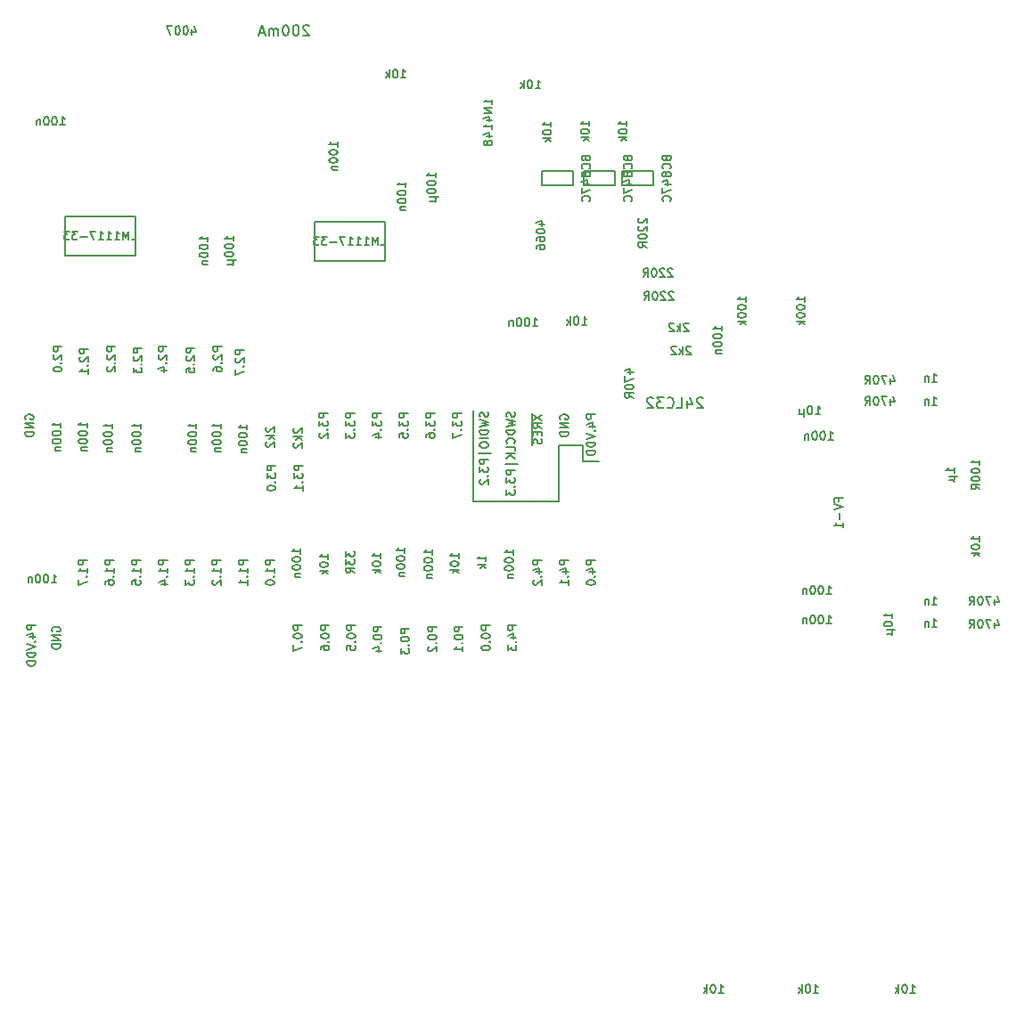
<source format=gbr>
G04 #@! TF.FileFunction,Other,Fab,Bot*
%FSLAX46Y46*%
G04 Gerber Fmt 4.6, Leading zero omitted, Abs format (unit mm)*
G04 Created by KiCad (PCBNEW (2015-11-29 BZR 6336, Git 7b0d981)-product) date 01/12/2015 20:30:35*
%MOMM*%
G01*
G04 APERTURE LIST*
%ADD10C,0.100000*%
%ADD11C,0.200000*%
%ADD12C,0.150000*%
%ADD13C,0.203200*%
G04 APERTURE END LIST*
D10*
D11*
X76932000Y-58944000D02*
X75408000Y-58944000D01*
X75408000Y-58944000D02*
X75408000Y-57420000D01*
X75408000Y-57420000D02*
X73122000Y-57420000D01*
X73122000Y-57420000D02*
X73122000Y-62754000D01*
X73122000Y-62754000D02*
X64994000Y-62754000D01*
X64994000Y-62754000D02*
X64994000Y-54118000D01*
D12*
X49850000Y-36150000D02*
X49850000Y-39850000D01*
X49850000Y-39850000D02*
X56550000Y-39850000D01*
X56550000Y-39850000D02*
X56550000Y-36150000D01*
X56550000Y-36150000D02*
X49850000Y-36150000D01*
X26150000Y-35650000D02*
X26150000Y-39350000D01*
X26150000Y-39350000D02*
X32850000Y-39350000D01*
X32850000Y-39350000D02*
X32850000Y-35650000D01*
X32850000Y-35650000D02*
X26150000Y-35650000D01*
X71450000Y-31300000D02*
X71450000Y-32700000D01*
X71450000Y-32700000D02*
X74450000Y-32700000D01*
X74450000Y-32700000D02*
X74450000Y-31300000D01*
X74450000Y-31300000D02*
X71450000Y-31300000D01*
X75450000Y-31300000D02*
X75450000Y-32700000D01*
X75450000Y-32700000D02*
X78450000Y-32700000D01*
X78450000Y-32700000D02*
X78450000Y-31300000D01*
X78450000Y-31300000D02*
X75450000Y-31300000D01*
X79100000Y-31300000D02*
X79100000Y-32700000D01*
X79100000Y-32700000D02*
X82100000Y-32700000D01*
X82100000Y-32700000D02*
X82100000Y-31300000D01*
X82100000Y-31300000D02*
X79100000Y-31300000D01*
X72361905Y-27123810D02*
X72361905Y-26666667D01*
X72361905Y-26895238D02*
X71561905Y-26895238D01*
X71676190Y-26819048D01*
X71752381Y-26742857D01*
X71790476Y-26666667D01*
X71561905Y-27619048D02*
X71561905Y-27695239D01*
X71600000Y-27771429D01*
X71638095Y-27809524D01*
X71714286Y-27847620D01*
X71866667Y-27885715D01*
X72057143Y-27885715D01*
X72209524Y-27847620D01*
X72285714Y-27809524D01*
X72323810Y-27771429D01*
X72361905Y-27695239D01*
X72361905Y-27619048D01*
X72323810Y-27542858D01*
X72285714Y-27504762D01*
X72209524Y-27466667D01*
X72057143Y-27428572D01*
X71866667Y-27428572D01*
X71714286Y-27466667D01*
X71638095Y-27504762D01*
X71600000Y-27542858D01*
X71561905Y-27619048D01*
X72361905Y-28228572D02*
X71561905Y-28228572D01*
X72057143Y-28304763D02*
X72361905Y-28533334D01*
X71828571Y-28533334D02*
X72133333Y-28228572D01*
X70595238Y-46061905D02*
X71052381Y-46061905D01*
X70823810Y-46061905D02*
X70823810Y-45261905D01*
X70900000Y-45376190D01*
X70976191Y-45452381D01*
X71052381Y-45490476D01*
X70100000Y-45261905D02*
X70023809Y-45261905D01*
X69947619Y-45300000D01*
X69909524Y-45338095D01*
X69871428Y-45414286D01*
X69833333Y-45566667D01*
X69833333Y-45757143D01*
X69871428Y-45909524D01*
X69909524Y-45985714D01*
X69947619Y-46023810D01*
X70023809Y-46061905D01*
X70100000Y-46061905D01*
X70176190Y-46023810D01*
X70214286Y-45985714D01*
X70252381Y-45909524D01*
X70290476Y-45757143D01*
X70290476Y-45566667D01*
X70252381Y-45414286D01*
X70214286Y-45338095D01*
X70176190Y-45300000D01*
X70100000Y-45261905D01*
X69338095Y-45261905D02*
X69261904Y-45261905D01*
X69185714Y-45300000D01*
X69147619Y-45338095D01*
X69109523Y-45414286D01*
X69071428Y-45566667D01*
X69071428Y-45757143D01*
X69109523Y-45909524D01*
X69147619Y-45985714D01*
X69185714Y-46023810D01*
X69261904Y-46061905D01*
X69338095Y-46061905D01*
X69414285Y-46023810D01*
X69452381Y-45985714D01*
X69490476Y-45909524D01*
X69528571Y-45757143D01*
X69528571Y-45566667D01*
X69490476Y-45414286D01*
X69452381Y-45338095D01*
X69414285Y-45300000D01*
X69338095Y-45261905D01*
X68728571Y-45528571D02*
X68728571Y-46061905D01*
X68728571Y-45604762D02*
X68690476Y-45566667D01*
X68614285Y-45528571D01*
X68499999Y-45528571D01*
X68423809Y-45566667D01*
X68385714Y-45642857D01*
X68385714Y-46061905D01*
X25761905Y-55704762D02*
X25761905Y-55247619D01*
X25761905Y-55476190D02*
X24961905Y-55476190D01*
X25076190Y-55400000D01*
X25152381Y-55323809D01*
X25190476Y-55247619D01*
X24961905Y-56200000D02*
X24961905Y-56276191D01*
X25000000Y-56352381D01*
X25038095Y-56390476D01*
X25114286Y-56428572D01*
X25266667Y-56466667D01*
X25457143Y-56466667D01*
X25609524Y-56428572D01*
X25685714Y-56390476D01*
X25723810Y-56352381D01*
X25761905Y-56276191D01*
X25761905Y-56200000D01*
X25723810Y-56123810D01*
X25685714Y-56085714D01*
X25609524Y-56047619D01*
X25457143Y-56009524D01*
X25266667Y-56009524D01*
X25114286Y-56047619D01*
X25038095Y-56085714D01*
X25000000Y-56123810D01*
X24961905Y-56200000D01*
X24961905Y-56961905D02*
X24961905Y-57038096D01*
X25000000Y-57114286D01*
X25038095Y-57152381D01*
X25114286Y-57190477D01*
X25266667Y-57228572D01*
X25457143Y-57228572D01*
X25609524Y-57190477D01*
X25685714Y-57152381D01*
X25723810Y-57114286D01*
X25761905Y-57038096D01*
X25761905Y-56961905D01*
X25723810Y-56885715D01*
X25685714Y-56847619D01*
X25609524Y-56809524D01*
X25457143Y-56771429D01*
X25266667Y-56771429D01*
X25114286Y-56809524D01*
X25038095Y-56847619D01*
X25000000Y-56885715D01*
X24961905Y-56961905D01*
X25228571Y-57571429D02*
X25761905Y-57571429D01*
X25304762Y-57571429D02*
X25266667Y-57609524D01*
X25228571Y-57685715D01*
X25228571Y-57800001D01*
X25266667Y-57876191D01*
X25342857Y-57914286D01*
X25761905Y-57914286D01*
X76531905Y-54480191D02*
X75731905Y-54480191D01*
X75731905Y-54784953D01*
X75770000Y-54861144D01*
X75808095Y-54899239D01*
X75884286Y-54937334D01*
X75998571Y-54937334D01*
X76074762Y-54899239D01*
X76112857Y-54861144D01*
X76150952Y-54784953D01*
X76150952Y-54480191D01*
X75998571Y-55623048D02*
X76531905Y-55623048D01*
X75693810Y-55432572D02*
X76265238Y-55242096D01*
X76265238Y-55737334D01*
X76455714Y-56042096D02*
X76493810Y-56080191D01*
X76531905Y-56042096D01*
X76493810Y-56004001D01*
X76455714Y-56042096D01*
X76531905Y-56042096D01*
X75731905Y-56308762D02*
X76531905Y-56575429D01*
X75731905Y-56842096D01*
X76531905Y-57108762D02*
X75731905Y-57108762D01*
X75731905Y-57299238D01*
X75770000Y-57413524D01*
X75846190Y-57489715D01*
X75922381Y-57527810D01*
X76074762Y-57565905D01*
X76189048Y-57565905D01*
X76341429Y-57527810D01*
X76417619Y-57489715D01*
X76493810Y-57413524D01*
X76531905Y-57299238D01*
X76531905Y-57108762D01*
X76531905Y-57908762D02*
X75731905Y-57908762D01*
X75731905Y-58099238D01*
X75770000Y-58213524D01*
X75846190Y-58289715D01*
X75922381Y-58327810D01*
X76074762Y-58365905D01*
X76189048Y-58365905D01*
X76341429Y-58327810D01*
X76417619Y-58289715D01*
X76493810Y-58213524D01*
X76531905Y-58099238D01*
X76531905Y-57908762D01*
X73230000Y-54905477D02*
X73191905Y-54829286D01*
X73191905Y-54715001D01*
X73230000Y-54600715D01*
X73306190Y-54524524D01*
X73382381Y-54486429D01*
X73534762Y-54448334D01*
X73649048Y-54448334D01*
X73801429Y-54486429D01*
X73877619Y-54524524D01*
X73953810Y-54600715D01*
X73991905Y-54715001D01*
X73991905Y-54791191D01*
X73953810Y-54905477D01*
X73915714Y-54943572D01*
X73649048Y-54943572D01*
X73649048Y-54791191D01*
X73991905Y-55286429D02*
X73191905Y-55286429D01*
X73991905Y-55743572D01*
X73191905Y-55743572D01*
X73991905Y-56124524D02*
X73191905Y-56124524D01*
X73191905Y-56315000D01*
X73230000Y-56429286D01*
X73306190Y-56505477D01*
X73382381Y-56543572D01*
X73534762Y-56581667D01*
X73649048Y-56581667D01*
X73801429Y-56543572D01*
X73877619Y-56505477D01*
X73953810Y-56429286D01*
X73991905Y-56315000D01*
X73991905Y-56124524D01*
X68873810Y-54239143D02*
X68911905Y-54353429D01*
X68911905Y-54543905D01*
X68873810Y-54620095D01*
X68835714Y-54658191D01*
X68759524Y-54696286D01*
X68683333Y-54696286D01*
X68607143Y-54658191D01*
X68569048Y-54620095D01*
X68530952Y-54543905D01*
X68492857Y-54391524D01*
X68454762Y-54315333D01*
X68416667Y-54277238D01*
X68340476Y-54239143D01*
X68264286Y-54239143D01*
X68188095Y-54277238D01*
X68150000Y-54315333D01*
X68111905Y-54391524D01*
X68111905Y-54582000D01*
X68150000Y-54696286D01*
X68111905Y-54962953D02*
X68911905Y-55153429D01*
X68340476Y-55305810D01*
X68911905Y-55458191D01*
X68111905Y-55648667D01*
X68911905Y-55953429D02*
X68111905Y-55953429D01*
X68111905Y-56143905D01*
X68150000Y-56258191D01*
X68226190Y-56334382D01*
X68302381Y-56372477D01*
X68454762Y-56410572D01*
X68569048Y-56410572D01*
X68721429Y-56372477D01*
X68797619Y-56334382D01*
X68873810Y-56258191D01*
X68911905Y-56143905D01*
X68911905Y-55953429D01*
X68835714Y-57210572D02*
X68873810Y-57172477D01*
X68911905Y-57058191D01*
X68911905Y-56982001D01*
X68873810Y-56867715D01*
X68797619Y-56791524D01*
X68721429Y-56753429D01*
X68569048Y-56715334D01*
X68454762Y-56715334D01*
X68302381Y-56753429D01*
X68226190Y-56791524D01*
X68150000Y-56867715D01*
X68111905Y-56982001D01*
X68111905Y-57058191D01*
X68150000Y-57172477D01*
X68188095Y-57210572D01*
X68911905Y-57934382D02*
X68911905Y-57553429D01*
X68111905Y-57553429D01*
X68911905Y-58201048D02*
X68111905Y-58201048D01*
X68911905Y-58658191D02*
X68454762Y-58315334D01*
X68111905Y-58658191D02*
X68569048Y-58201048D01*
X69178571Y-59191524D02*
X68035714Y-59191524D01*
X68911905Y-59762953D02*
X68111905Y-59762953D01*
X68111905Y-60067715D01*
X68150000Y-60143906D01*
X68188095Y-60182001D01*
X68264286Y-60220096D01*
X68378571Y-60220096D01*
X68454762Y-60182001D01*
X68492857Y-60143906D01*
X68530952Y-60067715D01*
X68530952Y-59762953D01*
X68111905Y-60486763D02*
X68111905Y-60982001D01*
X68416667Y-60715334D01*
X68416667Y-60829620D01*
X68454762Y-60905810D01*
X68492857Y-60943906D01*
X68569048Y-60982001D01*
X68759524Y-60982001D01*
X68835714Y-60943906D01*
X68873810Y-60905810D01*
X68911905Y-60829620D01*
X68911905Y-60601048D01*
X68873810Y-60524858D01*
X68835714Y-60486763D01*
X68835714Y-61324858D02*
X68873810Y-61362953D01*
X68911905Y-61324858D01*
X68873810Y-61286763D01*
X68835714Y-61324858D01*
X68911905Y-61324858D01*
X68111905Y-61629620D02*
X68111905Y-62124858D01*
X68416667Y-61858191D01*
X68416667Y-61972477D01*
X68454762Y-62048667D01*
X68492857Y-62086763D01*
X68569048Y-62124858D01*
X68759524Y-62124858D01*
X68835714Y-62086763D01*
X68873810Y-62048667D01*
X68911905Y-61972477D01*
X68911905Y-61743905D01*
X68873810Y-61667715D01*
X68835714Y-61629620D01*
X70651905Y-54486476D02*
X71451905Y-55019809D01*
X70651905Y-55019809D02*
X71451905Y-54486476D01*
X71451905Y-55781714D02*
X71070952Y-55515047D01*
X71451905Y-55324571D02*
X70651905Y-55324571D01*
X70651905Y-55629333D01*
X70690000Y-55705524D01*
X70728095Y-55743619D01*
X70804286Y-55781714D01*
X70918571Y-55781714D01*
X70994762Y-55743619D01*
X71032857Y-55705524D01*
X71070952Y-55629333D01*
X71070952Y-55324571D01*
X71032857Y-56124571D02*
X71032857Y-56391238D01*
X71451905Y-56505524D02*
X71451905Y-56124571D01*
X70651905Y-56124571D01*
X70651905Y-56505524D01*
X71413810Y-56810286D02*
X71451905Y-56924572D01*
X71451905Y-57115048D01*
X71413810Y-57191238D01*
X71375714Y-57229334D01*
X71299524Y-57267429D01*
X71223333Y-57267429D01*
X71147143Y-57229334D01*
X71109048Y-57191238D01*
X71070952Y-57115048D01*
X71032857Y-56962667D01*
X70994762Y-56886476D01*
X70956667Y-56848381D01*
X70880476Y-56810286D01*
X70804286Y-56810286D01*
X70728095Y-56848381D01*
X70690000Y-56886476D01*
X70651905Y-56962667D01*
X70651905Y-57153143D01*
X70690000Y-57267429D01*
X70514000Y-54372190D02*
X70514000Y-57419810D01*
X61291905Y-54353095D02*
X60491905Y-54353095D01*
X60491905Y-54657857D01*
X60530000Y-54734048D01*
X60568095Y-54772143D01*
X60644286Y-54810238D01*
X60758571Y-54810238D01*
X60834762Y-54772143D01*
X60872857Y-54734048D01*
X60910952Y-54657857D01*
X60910952Y-54353095D01*
X60491905Y-55076905D02*
X60491905Y-55572143D01*
X60796667Y-55305476D01*
X60796667Y-55419762D01*
X60834762Y-55495952D01*
X60872857Y-55534048D01*
X60949048Y-55572143D01*
X61139524Y-55572143D01*
X61215714Y-55534048D01*
X61253810Y-55495952D01*
X61291905Y-55419762D01*
X61291905Y-55191190D01*
X61253810Y-55115000D01*
X61215714Y-55076905D01*
X61215714Y-55915000D02*
X61253810Y-55953095D01*
X61291905Y-55915000D01*
X61253810Y-55876905D01*
X61215714Y-55915000D01*
X61291905Y-55915000D01*
X60491905Y-56638809D02*
X60491905Y-56486428D01*
X60530000Y-56410238D01*
X60568095Y-56372143D01*
X60682381Y-56295952D01*
X60834762Y-56257857D01*
X61139524Y-56257857D01*
X61215714Y-56295952D01*
X61253810Y-56334047D01*
X61291905Y-56410238D01*
X61291905Y-56562619D01*
X61253810Y-56638809D01*
X61215714Y-56676905D01*
X61139524Y-56715000D01*
X60949048Y-56715000D01*
X60872857Y-56676905D01*
X60834762Y-56638809D01*
X60796667Y-56562619D01*
X60796667Y-56410238D01*
X60834762Y-56334047D01*
X60872857Y-56295952D01*
X60949048Y-56257857D01*
X58751905Y-54353095D02*
X57951905Y-54353095D01*
X57951905Y-54657857D01*
X57990000Y-54734048D01*
X58028095Y-54772143D01*
X58104286Y-54810238D01*
X58218571Y-54810238D01*
X58294762Y-54772143D01*
X58332857Y-54734048D01*
X58370952Y-54657857D01*
X58370952Y-54353095D01*
X57951905Y-55076905D02*
X57951905Y-55572143D01*
X58256667Y-55305476D01*
X58256667Y-55419762D01*
X58294762Y-55495952D01*
X58332857Y-55534048D01*
X58409048Y-55572143D01*
X58599524Y-55572143D01*
X58675714Y-55534048D01*
X58713810Y-55495952D01*
X58751905Y-55419762D01*
X58751905Y-55191190D01*
X58713810Y-55115000D01*
X58675714Y-55076905D01*
X58675714Y-55915000D02*
X58713810Y-55953095D01*
X58751905Y-55915000D01*
X58713810Y-55876905D01*
X58675714Y-55915000D01*
X58751905Y-55915000D01*
X57951905Y-56676905D02*
X57951905Y-56295952D01*
X58332857Y-56257857D01*
X58294762Y-56295952D01*
X58256667Y-56372143D01*
X58256667Y-56562619D01*
X58294762Y-56638809D01*
X58332857Y-56676905D01*
X58409048Y-56715000D01*
X58599524Y-56715000D01*
X58675714Y-56676905D01*
X58713810Y-56638809D01*
X58751905Y-56562619D01*
X58751905Y-56372143D01*
X58713810Y-56295952D01*
X58675714Y-56257857D01*
X63831905Y-54353095D02*
X63031905Y-54353095D01*
X63031905Y-54657857D01*
X63070000Y-54734048D01*
X63108095Y-54772143D01*
X63184286Y-54810238D01*
X63298571Y-54810238D01*
X63374762Y-54772143D01*
X63412857Y-54734048D01*
X63450952Y-54657857D01*
X63450952Y-54353095D01*
X63031905Y-55076905D02*
X63031905Y-55572143D01*
X63336667Y-55305476D01*
X63336667Y-55419762D01*
X63374762Y-55495952D01*
X63412857Y-55534048D01*
X63489048Y-55572143D01*
X63679524Y-55572143D01*
X63755714Y-55534048D01*
X63793810Y-55495952D01*
X63831905Y-55419762D01*
X63831905Y-55191190D01*
X63793810Y-55115000D01*
X63755714Y-55076905D01*
X63755714Y-55915000D02*
X63793810Y-55953095D01*
X63831905Y-55915000D01*
X63793810Y-55876905D01*
X63755714Y-55915000D01*
X63831905Y-55915000D01*
X63031905Y-56219762D02*
X63031905Y-56753095D01*
X63831905Y-56410238D01*
X66333810Y-54245429D02*
X66371905Y-54359715D01*
X66371905Y-54550191D01*
X66333810Y-54626381D01*
X66295714Y-54664477D01*
X66219524Y-54702572D01*
X66143333Y-54702572D01*
X66067143Y-54664477D01*
X66029048Y-54626381D01*
X65990952Y-54550191D01*
X65952857Y-54397810D01*
X65914762Y-54321619D01*
X65876667Y-54283524D01*
X65800476Y-54245429D01*
X65724286Y-54245429D01*
X65648095Y-54283524D01*
X65610000Y-54321619D01*
X65571905Y-54397810D01*
X65571905Y-54588286D01*
X65610000Y-54702572D01*
X65571905Y-54969239D02*
X66371905Y-55159715D01*
X65800476Y-55312096D01*
X66371905Y-55464477D01*
X65571905Y-55654953D01*
X66371905Y-55959715D02*
X65571905Y-55959715D01*
X65571905Y-56150191D01*
X65610000Y-56264477D01*
X65686190Y-56340668D01*
X65762381Y-56378763D01*
X65914762Y-56416858D01*
X66029048Y-56416858D01*
X66181429Y-56378763D01*
X66257619Y-56340668D01*
X66333810Y-56264477D01*
X66371905Y-56150191D01*
X66371905Y-55959715D01*
X66371905Y-56759715D02*
X65571905Y-56759715D01*
X65571905Y-57293048D02*
X65571905Y-57445429D01*
X65610000Y-57521620D01*
X65686190Y-57597810D01*
X65838571Y-57635905D01*
X66105238Y-57635905D01*
X66257619Y-57597810D01*
X66333810Y-57521620D01*
X66371905Y-57445429D01*
X66371905Y-57293048D01*
X66333810Y-57216858D01*
X66257619Y-57140667D01*
X66105238Y-57102572D01*
X65838571Y-57102572D01*
X65686190Y-57140667D01*
X65610000Y-57216858D01*
X65571905Y-57293048D01*
X66638571Y-58169238D02*
X65495714Y-58169238D01*
X66371905Y-58740667D02*
X65571905Y-58740667D01*
X65571905Y-59045429D01*
X65610000Y-59121620D01*
X65648095Y-59159715D01*
X65724286Y-59197810D01*
X65838571Y-59197810D01*
X65914762Y-59159715D01*
X65952857Y-59121620D01*
X65990952Y-59045429D01*
X65990952Y-58740667D01*
X65571905Y-59464477D02*
X65571905Y-59959715D01*
X65876667Y-59693048D01*
X65876667Y-59807334D01*
X65914762Y-59883524D01*
X65952857Y-59921620D01*
X66029048Y-59959715D01*
X66219524Y-59959715D01*
X66295714Y-59921620D01*
X66333810Y-59883524D01*
X66371905Y-59807334D01*
X66371905Y-59578762D01*
X66333810Y-59502572D01*
X66295714Y-59464477D01*
X66295714Y-60302572D02*
X66333810Y-60340667D01*
X66371905Y-60302572D01*
X66333810Y-60264477D01*
X66295714Y-60302572D01*
X66371905Y-60302572D01*
X65648095Y-60645429D02*
X65610000Y-60683524D01*
X65571905Y-60759715D01*
X65571905Y-60950191D01*
X65610000Y-61026381D01*
X65648095Y-61064477D01*
X65724286Y-61102572D01*
X65800476Y-61102572D01*
X65914762Y-61064477D01*
X66371905Y-60607334D01*
X66371905Y-61102572D01*
X46161905Y-59338095D02*
X45361905Y-59338095D01*
X45361905Y-59642857D01*
X45400000Y-59719048D01*
X45438095Y-59757143D01*
X45514286Y-59795238D01*
X45628571Y-59795238D01*
X45704762Y-59757143D01*
X45742857Y-59719048D01*
X45780952Y-59642857D01*
X45780952Y-59338095D01*
X45361905Y-60061905D02*
X45361905Y-60557143D01*
X45666667Y-60290476D01*
X45666667Y-60404762D01*
X45704762Y-60480952D01*
X45742857Y-60519048D01*
X45819048Y-60557143D01*
X46009524Y-60557143D01*
X46085714Y-60519048D01*
X46123810Y-60480952D01*
X46161905Y-60404762D01*
X46161905Y-60176190D01*
X46123810Y-60100000D01*
X46085714Y-60061905D01*
X46085714Y-60900000D02*
X46123810Y-60938095D01*
X46161905Y-60900000D01*
X46123810Y-60861905D01*
X46085714Y-60900000D01*
X46161905Y-60900000D01*
X45361905Y-61433333D02*
X45361905Y-61509524D01*
X45400000Y-61585714D01*
X45438095Y-61623809D01*
X45514286Y-61661905D01*
X45666667Y-61700000D01*
X45857143Y-61700000D01*
X46009524Y-61661905D01*
X46085714Y-61623809D01*
X46123810Y-61585714D01*
X46161905Y-61509524D01*
X46161905Y-61433333D01*
X46123810Y-61357143D01*
X46085714Y-61319047D01*
X46009524Y-61280952D01*
X45857143Y-61242857D01*
X45666667Y-61242857D01*
X45514286Y-61280952D01*
X45438095Y-61319047D01*
X45400000Y-61357143D01*
X45361905Y-61433333D01*
X43161905Y-48338095D02*
X42361905Y-48338095D01*
X42361905Y-48642857D01*
X42400000Y-48719048D01*
X42438095Y-48757143D01*
X42514286Y-48795238D01*
X42628571Y-48795238D01*
X42704762Y-48757143D01*
X42742857Y-48719048D01*
X42780952Y-48642857D01*
X42780952Y-48338095D01*
X42438095Y-49100000D02*
X42400000Y-49138095D01*
X42361905Y-49214286D01*
X42361905Y-49404762D01*
X42400000Y-49480952D01*
X42438095Y-49519048D01*
X42514286Y-49557143D01*
X42590476Y-49557143D01*
X42704762Y-49519048D01*
X43161905Y-49061905D01*
X43161905Y-49557143D01*
X43085714Y-49900000D02*
X43123810Y-49938095D01*
X43161905Y-49900000D01*
X43123810Y-49861905D01*
X43085714Y-49900000D01*
X43161905Y-49900000D01*
X42361905Y-50204762D02*
X42361905Y-50738095D01*
X43161905Y-50395238D01*
X38461905Y-48138095D02*
X37661905Y-48138095D01*
X37661905Y-48442857D01*
X37700000Y-48519048D01*
X37738095Y-48557143D01*
X37814286Y-48595238D01*
X37928571Y-48595238D01*
X38004762Y-48557143D01*
X38042857Y-48519048D01*
X38080952Y-48442857D01*
X38080952Y-48138095D01*
X37738095Y-48900000D02*
X37700000Y-48938095D01*
X37661905Y-49014286D01*
X37661905Y-49204762D01*
X37700000Y-49280952D01*
X37738095Y-49319048D01*
X37814286Y-49357143D01*
X37890476Y-49357143D01*
X38004762Y-49319048D01*
X38461905Y-48861905D01*
X38461905Y-49357143D01*
X38385714Y-49700000D02*
X38423810Y-49738095D01*
X38461905Y-49700000D01*
X38423810Y-49661905D01*
X38385714Y-49700000D01*
X38461905Y-49700000D01*
X37661905Y-50461905D02*
X37661905Y-50080952D01*
X38042857Y-50042857D01*
X38004762Y-50080952D01*
X37966667Y-50157143D01*
X37966667Y-50347619D01*
X38004762Y-50423809D01*
X38042857Y-50461905D01*
X38119048Y-50500000D01*
X38309524Y-50500000D01*
X38385714Y-50461905D01*
X38423810Y-50423809D01*
X38461905Y-50347619D01*
X38461905Y-50157143D01*
X38423810Y-50080952D01*
X38385714Y-50042857D01*
X41061905Y-48038095D02*
X40261905Y-48038095D01*
X40261905Y-48342857D01*
X40300000Y-48419048D01*
X40338095Y-48457143D01*
X40414286Y-48495238D01*
X40528571Y-48495238D01*
X40604762Y-48457143D01*
X40642857Y-48419048D01*
X40680952Y-48342857D01*
X40680952Y-48038095D01*
X40338095Y-48800000D02*
X40300000Y-48838095D01*
X40261905Y-48914286D01*
X40261905Y-49104762D01*
X40300000Y-49180952D01*
X40338095Y-49219048D01*
X40414286Y-49257143D01*
X40490476Y-49257143D01*
X40604762Y-49219048D01*
X41061905Y-48761905D01*
X41061905Y-49257143D01*
X40985714Y-49600000D02*
X41023810Y-49638095D01*
X41061905Y-49600000D01*
X41023810Y-49561905D01*
X40985714Y-49600000D01*
X41061905Y-49600000D01*
X40261905Y-50323809D02*
X40261905Y-50171428D01*
X40300000Y-50095238D01*
X40338095Y-50057143D01*
X40452381Y-49980952D01*
X40604762Y-49942857D01*
X40909524Y-49942857D01*
X40985714Y-49980952D01*
X41023810Y-50019047D01*
X41061905Y-50095238D01*
X41061905Y-50247619D01*
X41023810Y-50323809D01*
X40985714Y-50361905D01*
X40909524Y-50400000D01*
X40719048Y-50400000D01*
X40642857Y-50361905D01*
X40604762Y-50323809D01*
X40566667Y-50247619D01*
X40566667Y-50095238D01*
X40604762Y-50019047D01*
X40642857Y-49980952D01*
X40719048Y-49942857D01*
X51131905Y-54353095D02*
X50331905Y-54353095D01*
X50331905Y-54657857D01*
X50370000Y-54734048D01*
X50408095Y-54772143D01*
X50484286Y-54810238D01*
X50598571Y-54810238D01*
X50674762Y-54772143D01*
X50712857Y-54734048D01*
X50750952Y-54657857D01*
X50750952Y-54353095D01*
X50331905Y-55076905D02*
X50331905Y-55572143D01*
X50636667Y-55305476D01*
X50636667Y-55419762D01*
X50674762Y-55495952D01*
X50712857Y-55534048D01*
X50789048Y-55572143D01*
X50979524Y-55572143D01*
X51055714Y-55534048D01*
X51093810Y-55495952D01*
X51131905Y-55419762D01*
X51131905Y-55191190D01*
X51093810Y-55115000D01*
X51055714Y-55076905D01*
X51055714Y-55915000D02*
X51093810Y-55953095D01*
X51131905Y-55915000D01*
X51093810Y-55876905D01*
X51055714Y-55915000D01*
X51131905Y-55915000D01*
X50408095Y-56257857D02*
X50370000Y-56295952D01*
X50331905Y-56372143D01*
X50331905Y-56562619D01*
X50370000Y-56638809D01*
X50408095Y-56676905D01*
X50484286Y-56715000D01*
X50560476Y-56715000D01*
X50674762Y-56676905D01*
X51131905Y-56219762D01*
X51131905Y-56715000D01*
X48761905Y-59338095D02*
X47961905Y-59338095D01*
X47961905Y-59642857D01*
X48000000Y-59719048D01*
X48038095Y-59757143D01*
X48114286Y-59795238D01*
X48228571Y-59795238D01*
X48304762Y-59757143D01*
X48342857Y-59719048D01*
X48380952Y-59642857D01*
X48380952Y-59338095D01*
X47961905Y-60061905D02*
X47961905Y-60557143D01*
X48266667Y-60290476D01*
X48266667Y-60404762D01*
X48304762Y-60480952D01*
X48342857Y-60519048D01*
X48419048Y-60557143D01*
X48609524Y-60557143D01*
X48685714Y-60519048D01*
X48723810Y-60480952D01*
X48761905Y-60404762D01*
X48761905Y-60176190D01*
X48723810Y-60100000D01*
X48685714Y-60061905D01*
X48685714Y-60900000D02*
X48723810Y-60938095D01*
X48761905Y-60900000D01*
X48723810Y-60861905D01*
X48685714Y-60900000D01*
X48761905Y-60900000D01*
X48761905Y-61700000D02*
X48761905Y-61242857D01*
X48761905Y-61471428D02*
X47961905Y-61471428D01*
X48076190Y-61395238D01*
X48152381Y-61319047D01*
X48190476Y-61242857D01*
X53671905Y-54353095D02*
X52871905Y-54353095D01*
X52871905Y-54657857D01*
X52910000Y-54734048D01*
X52948095Y-54772143D01*
X53024286Y-54810238D01*
X53138571Y-54810238D01*
X53214762Y-54772143D01*
X53252857Y-54734048D01*
X53290952Y-54657857D01*
X53290952Y-54353095D01*
X52871905Y-55076905D02*
X52871905Y-55572143D01*
X53176667Y-55305476D01*
X53176667Y-55419762D01*
X53214762Y-55495952D01*
X53252857Y-55534048D01*
X53329048Y-55572143D01*
X53519524Y-55572143D01*
X53595714Y-55534048D01*
X53633810Y-55495952D01*
X53671905Y-55419762D01*
X53671905Y-55191190D01*
X53633810Y-55115000D01*
X53595714Y-55076905D01*
X53595714Y-55915000D02*
X53633810Y-55953095D01*
X53671905Y-55915000D01*
X53633810Y-55876905D01*
X53595714Y-55915000D01*
X53671905Y-55915000D01*
X52871905Y-56219762D02*
X52871905Y-56715000D01*
X53176667Y-56448333D01*
X53176667Y-56562619D01*
X53214762Y-56638809D01*
X53252857Y-56676905D01*
X53329048Y-56715000D01*
X53519524Y-56715000D01*
X53595714Y-56676905D01*
X53633810Y-56638809D01*
X53671905Y-56562619D01*
X53671905Y-56334047D01*
X53633810Y-56257857D01*
X53595714Y-56219762D01*
X56211905Y-54353095D02*
X55411905Y-54353095D01*
X55411905Y-54657857D01*
X55450000Y-54734048D01*
X55488095Y-54772143D01*
X55564286Y-54810238D01*
X55678571Y-54810238D01*
X55754762Y-54772143D01*
X55792857Y-54734048D01*
X55830952Y-54657857D01*
X55830952Y-54353095D01*
X55411905Y-55076905D02*
X55411905Y-55572143D01*
X55716667Y-55305476D01*
X55716667Y-55419762D01*
X55754762Y-55495952D01*
X55792857Y-55534048D01*
X55869048Y-55572143D01*
X56059524Y-55572143D01*
X56135714Y-55534048D01*
X56173810Y-55495952D01*
X56211905Y-55419762D01*
X56211905Y-55191190D01*
X56173810Y-55115000D01*
X56135714Y-55076905D01*
X56135714Y-55915000D02*
X56173810Y-55953095D01*
X56211905Y-55915000D01*
X56173810Y-55876905D01*
X56135714Y-55915000D01*
X56211905Y-55915000D01*
X55678571Y-56638809D02*
X56211905Y-56638809D01*
X55373810Y-56448333D02*
X55945238Y-56257857D01*
X55945238Y-56753095D01*
X35861905Y-48038095D02*
X35061905Y-48038095D01*
X35061905Y-48342857D01*
X35100000Y-48419048D01*
X35138095Y-48457143D01*
X35214286Y-48495238D01*
X35328571Y-48495238D01*
X35404762Y-48457143D01*
X35442857Y-48419048D01*
X35480952Y-48342857D01*
X35480952Y-48038095D01*
X35138095Y-48800000D02*
X35100000Y-48838095D01*
X35061905Y-48914286D01*
X35061905Y-49104762D01*
X35100000Y-49180952D01*
X35138095Y-49219048D01*
X35214286Y-49257143D01*
X35290476Y-49257143D01*
X35404762Y-49219048D01*
X35861905Y-48761905D01*
X35861905Y-49257143D01*
X35785714Y-49600000D02*
X35823810Y-49638095D01*
X35861905Y-49600000D01*
X35823810Y-49561905D01*
X35785714Y-49600000D01*
X35861905Y-49600000D01*
X35328571Y-50323809D02*
X35861905Y-50323809D01*
X35023810Y-50133333D02*
X35595238Y-49942857D01*
X35595238Y-50438095D01*
X28361905Y-48238095D02*
X27561905Y-48238095D01*
X27561905Y-48542857D01*
X27600000Y-48619048D01*
X27638095Y-48657143D01*
X27714286Y-48695238D01*
X27828571Y-48695238D01*
X27904762Y-48657143D01*
X27942857Y-48619048D01*
X27980952Y-48542857D01*
X27980952Y-48238095D01*
X27638095Y-49000000D02*
X27600000Y-49038095D01*
X27561905Y-49114286D01*
X27561905Y-49304762D01*
X27600000Y-49380952D01*
X27638095Y-49419048D01*
X27714286Y-49457143D01*
X27790476Y-49457143D01*
X27904762Y-49419048D01*
X28361905Y-48961905D01*
X28361905Y-49457143D01*
X28285714Y-49800000D02*
X28323810Y-49838095D01*
X28361905Y-49800000D01*
X28323810Y-49761905D01*
X28285714Y-49800000D01*
X28361905Y-49800000D01*
X28361905Y-50600000D02*
X28361905Y-50142857D01*
X28361905Y-50371428D02*
X27561905Y-50371428D01*
X27676190Y-50295238D01*
X27752381Y-50219047D01*
X27790476Y-50142857D01*
X25861905Y-48038095D02*
X25061905Y-48038095D01*
X25061905Y-48342857D01*
X25100000Y-48419048D01*
X25138095Y-48457143D01*
X25214286Y-48495238D01*
X25328571Y-48495238D01*
X25404762Y-48457143D01*
X25442857Y-48419048D01*
X25480952Y-48342857D01*
X25480952Y-48038095D01*
X25138095Y-48800000D02*
X25100000Y-48838095D01*
X25061905Y-48914286D01*
X25061905Y-49104762D01*
X25100000Y-49180952D01*
X25138095Y-49219048D01*
X25214286Y-49257143D01*
X25290476Y-49257143D01*
X25404762Y-49219048D01*
X25861905Y-48761905D01*
X25861905Y-49257143D01*
X25785714Y-49600000D02*
X25823810Y-49638095D01*
X25861905Y-49600000D01*
X25823810Y-49561905D01*
X25785714Y-49600000D01*
X25861905Y-49600000D01*
X25061905Y-50133333D02*
X25061905Y-50209524D01*
X25100000Y-50285714D01*
X25138095Y-50323809D01*
X25214286Y-50361905D01*
X25366667Y-50400000D01*
X25557143Y-50400000D01*
X25709524Y-50361905D01*
X25785714Y-50323809D01*
X25823810Y-50285714D01*
X25861905Y-50209524D01*
X25861905Y-50133333D01*
X25823810Y-50057143D01*
X25785714Y-50019047D01*
X25709524Y-49980952D01*
X25557143Y-49942857D01*
X25366667Y-49942857D01*
X25214286Y-49980952D01*
X25138095Y-50019047D01*
X25100000Y-50057143D01*
X25061905Y-50133333D01*
X30961905Y-48038095D02*
X30161905Y-48038095D01*
X30161905Y-48342857D01*
X30200000Y-48419048D01*
X30238095Y-48457143D01*
X30314286Y-48495238D01*
X30428571Y-48495238D01*
X30504762Y-48457143D01*
X30542857Y-48419048D01*
X30580952Y-48342857D01*
X30580952Y-48038095D01*
X30238095Y-48800000D02*
X30200000Y-48838095D01*
X30161905Y-48914286D01*
X30161905Y-49104762D01*
X30200000Y-49180952D01*
X30238095Y-49219048D01*
X30314286Y-49257143D01*
X30390476Y-49257143D01*
X30504762Y-49219048D01*
X30961905Y-48761905D01*
X30961905Y-49257143D01*
X30885714Y-49600000D02*
X30923810Y-49638095D01*
X30961905Y-49600000D01*
X30923810Y-49561905D01*
X30885714Y-49600000D01*
X30961905Y-49600000D01*
X30238095Y-49942857D02*
X30200000Y-49980952D01*
X30161905Y-50057143D01*
X30161905Y-50247619D01*
X30200000Y-50323809D01*
X30238095Y-50361905D01*
X30314286Y-50400000D01*
X30390476Y-50400000D01*
X30504762Y-50361905D01*
X30961905Y-49904762D01*
X30961905Y-50400000D01*
X33461905Y-48138095D02*
X32661905Y-48138095D01*
X32661905Y-48442857D01*
X32700000Y-48519048D01*
X32738095Y-48557143D01*
X32814286Y-48595238D01*
X32928571Y-48595238D01*
X33004762Y-48557143D01*
X33042857Y-48519048D01*
X33080952Y-48442857D01*
X33080952Y-48138095D01*
X32738095Y-48900000D02*
X32700000Y-48938095D01*
X32661905Y-49014286D01*
X32661905Y-49204762D01*
X32700000Y-49280952D01*
X32738095Y-49319048D01*
X32814286Y-49357143D01*
X32890476Y-49357143D01*
X33004762Y-49319048D01*
X33461905Y-48861905D01*
X33461905Y-49357143D01*
X33385714Y-49700000D02*
X33423810Y-49738095D01*
X33461905Y-49700000D01*
X33423810Y-49661905D01*
X33385714Y-49700000D01*
X33461905Y-49700000D01*
X32661905Y-50004762D02*
X32661905Y-50500000D01*
X32966667Y-50233333D01*
X32966667Y-50347619D01*
X33004762Y-50423809D01*
X33042857Y-50461905D01*
X33119048Y-50500000D01*
X33309524Y-50500000D01*
X33385714Y-50461905D01*
X33423810Y-50423809D01*
X33461905Y-50347619D01*
X33461905Y-50119047D01*
X33423810Y-50042857D01*
X33385714Y-50004762D01*
X22430000Y-54905477D02*
X22391905Y-54829286D01*
X22391905Y-54715001D01*
X22430000Y-54600715D01*
X22506190Y-54524524D01*
X22582381Y-54486429D01*
X22734762Y-54448334D01*
X22849048Y-54448334D01*
X23001429Y-54486429D01*
X23077619Y-54524524D01*
X23153810Y-54600715D01*
X23191905Y-54715001D01*
X23191905Y-54791191D01*
X23153810Y-54905477D01*
X23115714Y-54943572D01*
X22849048Y-54943572D01*
X22849048Y-54791191D01*
X23191905Y-55286429D02*
X22391905Y-55286429D01*
X23191905Y-55743572D01*
X22391905Y-55743572D01*
X23191905Y-56124524D02*
X22391905Y-56124524D01*
X22391905Y-56315000D01*
X22430000Y-56429286D01*
X22506190Y-56505477D01*
X22582381Y-56543572D01*
X22734762Y-56581667D01*
X22849048Y-56581667D01*
X23001429Y-56543572D01*
X23077619Y-56505477D01*
X23153810Y-56429286D01*
X23191905Y-56315000D01*
X23191905Y-56124524D01*
X23361905Y-74476191D02*
X22561905Y-74476191D01*
X22561905Y-74780953D01*
X22600000Y-74857144D01*
X22638095Y-74895239D01*
X22714286Y-74933334D01*
X22828571Y-74933334D01*
X22904762Y-74895239D01*
X22942857Y-74857144D01*
X22980952Y-74780953D01*
X22980952Y-74476191D01*
X22828571Y-75619048D02*
X23361905Y-75619048D01*
X22523810Y-75428572D02*
X23095238Y-75238096D01*
X23095238Y-75733334D01*
X23285714Y-76038096D02*
X23323810Y-76076191D01*
X23361905Y-76038096D01*
X23323810Y-76000001D01*
X23285714Y-76038096D01*
X23361905Y-76038096D01*
X22561905Y-76304762D02*
X23361905Y-76571429D01*
X22561905Y-76838096D01*
X23361905Y-77104762D02*
X22561905Y-77104762D01*
X22561905Y-77295238D01*
X22600000Y-77409524D01*
X22676190Y-77485715D01*
X22752381Y-77523810D01*
X22904762Y-77561905D01*
X23019048Y-77561905D01*
X23171429Y-77523810D01*
X23247619Y-77485715D01*
X23323810Y-77409524D01*
X23361905Y-77295238D01*
X23361905Y-77104762D01*
X23361905Y-77904762D02*
X22561905Y-77904762D01*
X22561905Y-78095238D01*
X22600000Y-78209524D01*
X22676190Y-78285715D01*
X22752381Y-78323810D01*
X22904762Y-78361905D01*
X23019048Y-78361905D01*
X23171429Y-78323810D01*
X23247619Y-78285715D01*
X23323810Y-78209524D01*
X23361905Y-78095238D01*
X23361905Y-77904762D01*
X33351905Y-68323095D02*
X32551905Y-68323095D01*
X32551905Y-68627857D01*
X32590000Y-68704048D01*
X32628095Y-68742143D01*
X32704286Y-68780238D01*
X32818571Y-68780238D01*
X32894762Y-68742143D01*
X32932857Y-68704048D01*
X32970952Y-68627857D01*
X32970952Y-68323095D01*
X33351905Y-69542143D02*
X33351905Y-69085000D01*
X33351905Y-69313571D02*
X32551905Y-69313571D01*
X32666190Y-69237381D01*
X32742381Y-69161190D01*
X32780476Y-69085000D01*
X33275714Y-69885000D02*
X33313810Y-69923095D01*
X33351905Y-69885000D01*
X33313810Y-69846905D01*
X33275714Y-69885000D01*
X33351905Y-69885000D01*
X32551905Y-70646905D02*
X32551905Y-70265952D01*
X32932857Y-70227857D01*
X32894762Y-70265952D01*
X32856667Y-70342143D01*
X32856667Y-70532619D01*
X32894762Y-70608809D01*
X32932857Y-70646905D01*
X33009048Y-70685000D01*
X33199524Y-70685000D01*
X33275714Y-70646905D01*
X33313810Y-70608809D01*
X33351905Y-70532619D01*
X33351905Y-70342143D01*
X33313810Y-70265952D01*
X33275714Y-70227857D01*
X30811905Y-68323095D02*
X30011905Y-68323095D01*
X30011905Y-68627857D01*
X30050000Y-68704048D01*
X30088095Y-68742143D01*
X30164286Y-68780238D01*
X30278571Y-68780238D01*
X30354762Y-68742143D01*
X30392857Y-68704048D01*
X30430952Y-68627857D01*
X30430952Y-68323095D01*
X30811905Y-69542143D02*
X30811905Y-69085000D01*
X30811905Y-69313571D02*
X30011905Y-69313571D01*
X30126190Y-69237381D01*
X30202381Y-69161190D01*
X30240476Y-69085000D01*
X30735714Y-69885000D02*
X30773810Y-69923095D01*
X30811905Y-69885000D01*
X30773810Y-69846905D01*
X30735714Y-69885000D01*
X30811905Y-69885000D01*
X30011905Y-70608809D02*
X30011905Y-70456428D01*
X30050000Y-70380238D01*
X30088095Y-70342143D01*
X30202381Y-70265952D01*
X30354762Y-70227857D01*
X30659524Y-70227857D01*
X30735714Y-70265952D01*
X30773810Y-70304047D01*
X30811905Y-70380238D01*
X30811905Y-70532619D01*
X30773810Y-70608809D01*
X30735714Y-70646905D01*
X30659524Y-70685000D01*
X30469048Y-70685000D01*
X30392857Y-70646905D01*
X30354762Y-70608809D01*
X30316667Y-70532619D01*
X30316667Y-70380238D01*
X30354762Y-70304047D01*
X30392857Y-70265952D01*
X30469048Y-70227857D01*
X24970000Y-75090477D02*
X24931905Y-75014286D01*
X24931905Y-74900001D01*
X24970000Y-74785715D01*
X25046190Y-74709524D01*
X25122381Y-74671429D01*
X25274762Y-74633334D01*
X25389048Y-74633334D01*
X25541429Y-74671429D01*
X25617619Y-74709524D01*
X25693810Y-74785715D01*
X25731905Y-74900001D01*
X25731905Y-74976191D01*
X25693810Y-75090477D01*
X25655714Y-75128572D01*
X25389048Y-75128572D01*
X25389048Y-74976191D01*
X25731905Y-75471429D02*
X24931905Y-75471429D01*
X25731905Y-75928572D01*
X24931905Y-75928572D01*
X25731905Y-76309524D02*
X24931905Y-76309524D01*
X24931905Y-76500000D01*
X24970000Y-76614286D01*
X25046190Y-76690477D01*
X25122381Y-76728572D01*
X25274762Y-76766667D01*
X25389048Y-76766667D01*
X25541429Y-76728572D01*
X25617619Y-76690477D01*
X25693810Y-76614286D01*
X25731905Y-76500000D01*
X25731905Y-76309524D01*
X28271905Y-68323095D02*
X27471905Y-68323095D01*
X27471905Y-68627857D01*
X27510000Y-68704048D01*
X27548095Y-68742143D01*
X27624286Y-68780238D01*
X27738571Y-68780238D01*
X27814762Y-68742143D01*
X27852857Y-68704048D01*
X27890952Y-68627857D01*
X27890952Y-68323095D01*
X28271905Y-69542143D02*
X28271905Y-69085000D01*
X28271905Y-69313571D02*
X27471905Y-69313571D01*
X27586190Y-69237381D01*
X27662381Y-69161190D01*
X27700476Y-69085000D01*
X28195714Y-69885000D02*
X28233810Y-69923095D01*
X28271905Y-69885000D01*
X28233810Y-69846905D01*
X28195714Y-69885000D01*
X28271905Y-69885000D01*
X27471905Y-70189762D02*
X27471905Y-70723095D01*
X28271905Y-70380238D01*
X35891905Y-68323095D02*
X35091905Y-68323095D01*
X35091905Y-68627857D01*
X35130000Y-68704048D01*
X35168095Y-68742143D01*
X35244286Y-68780238D01*
X35358571Y-68780238D01*
X35434762Y-68742143D01*
X35472857Y-68704048D01*
X35510952Y-68627857D01*
X35510952Y-68323095D01*
X35891905Y-69542143D02*
X35891905Y-69085000D01*
X35891905Y-69313571D02*
X35091905Y-69313571D01*
X35206190Y-69237381D01*
X35282381Y-69161190D01*
X35320476Y-69085000D01*
X35815714Y-69885000D02*
X35853810Y-69923095D01*
X35891905Y-69885000D01*
X35853810Y-69846905D01*
X35815714Y-69885000D01*
X35891905Y-69885000D01*
X35358571Y-70608809D02*
X35891905Y-70608809D01*
X35053810Y-70418333D02*
X35625238Y-70227857D01*
X35625238Y-70723095D01*
X56261905Y-74638095D02*
X55461905Y-74638095D01*
X55461905Y-74942857D01*
X55500000Y-75019048D01*
X55538095Y-75057143D01*
X55614286Y-75095238D01*
X55728571Y-75095238D01*
X55804762Y-75057143D01*
X55842857Y-75019048D01*
X55880952Y-74942857D01*
X55880952Y-74638095D01*
X55461905Y-75590476D02*
X55461905Y-75666667D01*
X55500000Y-75742857D01*
X55538095Y-75780952D01*
X55614286Y-75819048D01*
X55766667Y-75857143D01*
X55957143Y-75857143D01*
X56109524Y-75819048D01*
X56185714Y-75780952D01*
X56223810Y-75742857D01*
X56261905Y-75666667D01*
X56261905Y-75590476D01*
X56223810Y-75514286D01*
X56185714Y-75476190D01*
X56109524Y-75438095D01*
X55957143Y-75400000D01*
X55766667Y-75400000D01*
X55614286Y-75438095D01*
X55538095Y-75476190D01*
X55500000Y-75514286D01*
X55461905Y-75590476D01*
X56185714Y-76200000D02*
X56223810Y-76238095D01*
X56261905Y-76200000D01*
X56223810Y-76161905D01*
X56185714Y-76200000D01*
X56261905Y-76200000D01*
X55728571Y-76923809D02*
X56261905Y-76923809D01*
X55423810Y-76733333D02*
X55995238Y-76542857D01*
X55995238Y-77038095D01*
X53761905Y-74538095D02*
X52961905Y-74538095D01*
X52961905Y-74842857D01*
X53000000Y-74919048D01*
X53038095Y-74957143D01*
X53114286Y-74995238D01*
X53228571Y-74995238D01*
X53304762Y-74957143D01*
X53342857Y-74919048D01*
X53380952Y-74842857D01*
X53380952Y-74538095D01*
X52961905Y-75490476D02*
X52961905Y-75566667D01*
X53000000Y-75642857D01*
X53038095Y-75680952D01*
X53114286Y-75719048D01*
X53266667Y-75757143D01*
X53457143Y-75757143D01*
X53609524Y-75719048D01*
X53685714Y-75680952D01*
X53723810Y-75642857D01*
X53761905Y-75566667D01*
X53761905Y-75490476D01*
X53723810Y-75414286D01*
X53685714Y-75376190D01*
X53609524Y-75338095D01*
X53457143Y-75300000D01*
X53266667Y-75300000D01*
X53114286Y-75338095D01*
X53038095Y-75376190D01*
X53000000Y-75414286D01*
X52961905Y-75490476D01*
X53685714Y-76100000D02*
X53723810Y-76138095D01*
X53761905Y-76100000D01*
X53723810Y-76061905D01*
X53685714Y-76100000D01*
X53761905Y-76100000D01*
X52961905Y-76861905D02*
X52961905Y-76480952D01*
X53342857Y-76442857D01*
X53304762Y-76480952D01*
X53266667Y-76557143D01*
X53266667Y-76747619D01*
X53304762Y-76823809D01*
X53342857Y-76861905D01*
X53419048Y-76900000D01*
X53609524Y-76900000D01*
X53685714Y-76861905D01*
X53723810Y-76823809D01*
X53761905Y-76747619D01*
X53761905Y-76557143D01*
X53723810Y-76480952D01*
X53685714Y-76442857D01*
X48661905Y-74538095D02*
X47861905Y-74538095D01*
X47861905Y-74842857D01*
X47900000Y-74919048D01*
X47938095Y-74957143D01*
X48014286Y-74995238D01*
X48128571Y-74995238D01*
X48204762Y-74957143D01*
X48242857Y-74919048D01*
X48280952Y-74842857D01*
X48280952Y-74538095D01*
X47861905Y-75490476D02*
X47861905Y-75566667D01*
X47900000Y-75642857D01*
X47938095Y-75680952D01*
X48014286Y-75719048D01*
X48166667Y-75757143D01*
X48357143Y-75757143D01*
X48509524Y-75719048D01*
X48585714Y-75680952D01*
X48623810Y-75642857D01*
X48661905Y-75566667D01*
X48661905Y-75490476D01*
X48623810Y-75414286D01*
X48585714Y-75376190D01*
X48509524Y-75338095D01*
X48357143Y-75300000D01*
X48166667Y-75300000D01*
X48014286Y-75338095D01*
X47938095Y-75376190D01*
X47900000Y-75414286D01*
X47861905Y-75490476D01*
X48585714Y-76100000D02*
X48623810Y-76138095D01*
X48661905Y-76100000D01*
X48623810Y-76061905D01*
X48585714Y-76100000D01*
X48661905Y-76100000D01*
X47861905Y-76404762D02*
X47861905Y-76938095D01*
X48661905Y-76595238D01*
X51261905Y-74538095D02*
X50461905Y-74538095D01*
X50461905Y-74842857D01*
X50500000Y-74919048D01*
X50538095Y-74957143D01*
X50614286Y-74995238D01*
X50728571Y-74995238D01*
X50804762Y-74957143D01*
X50842857Y-74919048D01*
X50880952Y-74842857D01*
X50880952Y-74538095D01*
X50461905Y-75490476D02*
X50461905Y-75566667D01*
X50500000Y-75642857D01*
X50538095Y-75680952D01*
X50614286Y-75719048D01*
X50766667Y-75757143D01*
X50957143Y-75757143D01*
X51109524Y-75719048D01*
X51185714Y-75680952D01*
X51223810Y-75642857D01*
X51261905Y-75566667D01*
X51261905Y-75490476D01*
X51223810Y-75414286D01*
X51185714Y-75376190D01*
X51109524Y-75338095D01*
X50957143Y-75300000D01*
X50766667Y-75300000D01*
X50614286Y-75338095D01*
X50538095Y-75376190D01*
X50500000Y-75414286D01*
X50461905Y-75490476D01*
X51185714Y-76100000D02*
X51223810Y-76138095D01*
X51261905Y-76100000D01*
X51223810Y-76061905D01*
X51185714Y-76100000D01*
X51261905Y-76100000D01*
X50461905Y-76823809D02*
X50461905Y-76671428D01*
X50500000Y-76595238D01*
X50538095Y-76557143D01*
X50652381Y-76480952D01*
X50804762Y-76442857D01*
X51109524Y-76442857D01*
X51185714Y-76480952D01*
X51223810Y-76519047D01*
X51261905Y-76595238D01*
X51261905Y-76747619D01*
X51223810Y-76823809D01*
X51185714Y-76861905D01*
X51109524Y-76900000D01*
X50919048Y-76900000D01*
X50842857Y-76861905D01*
X50804762Y-76823809D01*
X50766667Y-76747619D01*
X50766667Y-76595238D01*
X50804762Y-76519047D01*
X50842857Y-76480952D01*
X50919048Y-76442857D01*
X40971905Y-68323095D02*
X40171905Y-68323095D01*
X40171905Y-68627857D01*
X40210000Y-68704048D01*
X40248095Y-68742143D01*
X40324286Y-68780238D01*
X40438571Y-68780238D01*
X40514762Y-68742143D01*
X40552857Y-68704048D01*
X40590952Y-68627857D01*
X40590952Y-68323095D01*
X40971905Y-69542143D02*
X40971905Y-69085000D01*
X40971905Y-69313571D02*
X40171905Y-69313571D01*
X40286190Y-69237381D01*
X40362381Y-69161190D01*
X40400476Y-69085000D01*
X40895714Y-69885000D02*
X40933810Y-69923095D01*
X40971905Y-69885000D01*
X40933810Y-69846905D01*
X40895714Y-69885000D01*
X40971905Y-69885000D01*
X40248095Y-70227857D02*
X40210000Y-70265952D01*
X40171905Y-70342143D01*
X40171905Y-70532619D01*
X40210000Y-70608809D01*
X40248095Y-70646905D01*
X40324286Y-70685000D01*
X40400476Y-70685000D01*
X40514762Y-70646905D01*
X40971905Y-70189762D01*
X40971905Y-70685000D01*
X38431905Y-68323095D02*
X37631905Y-68323095D01*
X37631905Y-68627857D01*
X37670000Y-68704048D01*
X37708095Y-68742143D01*
X37784286Y-68780238D01*
X37898571Y-68780238D01*
X37974762Y-68742143D01*
X38012857Y-68704048D01*
X38050952Y-68627857D01*
X38050952Y-68323095D01*
X38431905Y-69542143D02*
X38431905Y-69085000D01*
X38431905Y-69313571D02*
X37631905Y-69313571D01*
X37746190Y-69237381D01*
X37822381Y-69161190D01*
X37860476Y-69085000D01*
X38355714Y-69885000D02*
X38393810Y-69923095D01*
X38431905Y-69885000D01*
X38393810Y-69846905D01*
X38355714Y-69885000D01*
X38431905Y-69885000D01*
X37631905Y-70189762D02*
X37631905Y-70685000D01*
X37936667Y-70418333D01*
X37936667Y-70532619D01*
X37974762Y-70608809D01*
X38012857Y-70646905D01*
X38089048Y-70685000D01*
X38279524Y-70685000D01*
X38355714Y-70646905D01*
X38393810Y-70608809D01*
X38431905Y-70532619D01*
X38431905Y-70304047D01*
X38393810Y-70227857D01*
X38355714Y-70189762D01*
X43511905Y-68323095D02*
X42711905Y-68323095D01*
X42711905Y-68627857D01*
X42750000Y-68704048D01*
X42788095Y-68742143D01*
X42864286Y-68780238D01*
X42978571Y-68780238D01*
X43054762Y-68742143D01*
X43092857Y-68704048D01*
X43130952Y-68627857D01*
X43130952Y-68323095D01*
X43511905Y-69542143D02*
X43511905Y-69085000D01*
X43511905Y-69313571D02*
X42711905Y-69313571D01*
X42826190Y-69237381D01*
X42902381Y-69161190D01*
X42940476Y-69085000D01*
X43435714Y-69885000D02*
X43473810Y-69923095D01*
X43511905Y-69885000D01*
X43473810Y-69846905D01*
X43435714Y-69885000D01*
X43511905Y-69885000D01*
X43511905Y-70685000D02*
X43511905Y-70227857D01*
X43511905Y-70456428D02*
X42711905Y-70456428D01*
X42826190Y-70380238D01*
X42902381Y-70304047D01*
X42940476Y-70227857D01*
X46051905Y-68323095D02*
X45251905Y-68323095D01*
X45251905Y-68627857D01*
X45290000Y-68704048D01*
X45328095Y-68742143D01*
X45404286Y-68780238D01*
X45518571Y-68780238D01*
X45594762Y-68742143D01*
X45632857Y-68704048D01*
X45670952Y-68627857D01*
X45670952Y-68323095D01*
X46051905Y-69542143D02*
X46051905Y-69085000D01*
X46051905Y-69313571D02*
X45251905Y-69313571D01*
X45366190Y-69237381D01*
X45442381Y-69161190D01*
X45480476Y-69085000D01*
X45975714Y-69885000D02*
X46013810Y-69923095D01*
X46051905Y-69885000D01*
X46013810Y-69846905D01*
X45975714Y-69885000D01*
X46051905Y-69885000D01*
X45251905Y-70418333D02*
X45251905Y-70494524D01*
X45290000Y-70570714D01*
X45328095Y-70608809D01*
X45404286Y-70646905D01*
X45556667Y-70685000D01*
X45747143Y-70685000D01*
X45899524Y-70646905D01*
X45975714Y-70608809D01*
X46013810Y-70570714D01*
X46051905Y-70494524D01*
X46051905Y-70418333D01*
X46013810Y-70342143D01*
X45975714Y-70304047D01*
X45899524Y-70265952D01*
X45747143Y-70227857D01*
X45556667Y-70227857D01*
X45404286Y-70265952D01*
X45328095Y-70304047D01*
X45290000Y-70342143D01*
X45251905Y-70418333D01*
X66561905Y-74538095D02*
X65761905Y-74538095D01*
X65761905Y-74842857D01*
X65800000Y-74919048D01*
X65838095Y-74957143D01*
X65914286Y-74995238D01*
X66028571Y-74995238D01*
X66104762Y-74957143D01*
X66142857Y-74919048D01*
X66180952Y-74842857D01*
X66180952Y-74538095D01*
X65761905Y-75490476D02*
X65761905Y-75566667D01*
X65800000Y-75642857D01*
X65838095Y-75680952D01*
X65914286Y-75719048D01*
X66066667Y-75757143D01*
X66257143Y-75757143D01*
X66409524Y-75719048D01*
X66485714Y-75680952D01*
X66523810Y-75642857D01*
X66561905Y-75566667D01*
X66561905Y-75490476D01*
X66523810Y-75414286D01*
X66485714Y-75376190D01*
X66409524Y-75338095D01*
X66257143Y-75300000D01*
X66066667Y-75300000D01*
X65914286Y-75338095D01*
X65838095Y-75376190D01*
X65800000Y-75414286D01*
X65761905Y-75490476D01*
X66485714Y-76100000D02*
X66523810Y-76138095D01*
X66561905Y-76100000D01*
X66523810Y-76061905D01*
X66485714Y-76100000D01*
X66561905Y-76100000D01*
X65761905Y-76633333D02*
X65761905Y-76709524D01*
X65800000Y-76785714D01*
X65838095Y-76823809D01*
X65914286Y-76861905D01*
X66066667Y-76900000D01*
X66257143Y-76900000D01*
X66409524Y-76861905D01*
X66485714Y-76823809D01*
X66523810Y-76785714D01*
X66561905Y-76709524D01*
X66561905Y-76633333D01*
X66523810Y-76557143D01*
X66485714Y-76519047D01*
X66409524Y-76480952D01*
X66257143Y-76442857D01*
X66066667Y-76442857D01*
X65914286Y-76480952D01*
X65838095Y-76519047D01*
X65800000Y-76557143D01*
X65761905Y-76633333D01*
X63961905Y-74638095D02*
X63161905Y-74638095D01*
X63161905Y-74942857D01*
X63200000Y-75019048D01*
X63238095Y-75057143D01*
X63314286Y-75095238D01*
X63428571Y-75095238D01*
X63504762Y-75057143D01*
X63542857Y-75019048D01*
X63580952Y-74942857D01*
X63580952Y-74638095D01*
X63161905Y-75590476D02*
X63161905Y-75666667D01*
X63200000Y-75742857D01*
X63238095Y-75780952D01*
X63314286Y-75819048D01*
X63466667Y-75857143D01*
X63657143Y-75857143D01*
X63809524Y-75819048D01*
X63885714Y-75780952D01*
X63923810Y-75742857D01*
X63961905Y-75666667D01*
X63961905Y-75590476D01*
X63923810Y-75514286D01*
X63885714Y-75476190D01*
X63809524Y-75438095D01*
X63657143Y-75400000D01*
X63466667Y-75400000D01*
X63314286Y-75438095D01*
X63238095Y-75476190D01*
X63200000Y-75514286D01*
X63161905Y-75590476D01*
X63885714Y-76200000D02*
X63923810Y-76238095D01*
X63961905Y-76200000D01*
X63923810Y-76161905D01*
X63885714Y-76200000D01*
X63961905Y-76200000D01*
X63961905Y-77000000D02*
X63961905Y-76542857D01*
X63961905Y-76771428D02*
X63161905Y-76771428D01*
X63276190Y-76695238D01*
X63352381Y-76619047D01*
X63390476Y-76542857D01*
X58861905Y-74838095D02*
X58061905Y-74838095D01*
X58061905Y-75142857D01*
X58100000Y-75219048D01*
X58138095Y-75257143D01*
X58214286Y-75295238D01*
X58328571Y-75295238D01*
X58404762Y-75257143D01*
X58442857Y-75219048D01*
X58480952Y-75142857D01*
X58480952Y-74838095D01*
X58061905Y-75790476D02*
X58061905Y-75866667D01*
X58100000Y-75942857D01*
X58138095Y-75980952D01*
X58214286Y-76019048D01*
X58366667Y-76057143D01*
X58557143Y-76057143D01*
X58709524Y-76019048D01*
X58785714Y-75980952D01*
X58823810Y-75942857D01*
X58861905Y-75866667D01*
X58861905Y-75790476D01*
X58823810Y-75714286D01*
X58785714Y-75676190D01*
X58709524Y-75638095D01*
X58557143Y-75600000D01*
X58366667Y-75600000D01*
X58214286Y-75638095D01*
X58138095Y-75676190D01*
X58100000Y-75714286D01*
X58061905Y-75790476D01*
X58785714Y-76400000D02*
X58823810Y-76438095D01*
X58861905Y-76400000D01*
X58823810Y-76361905D01*
X58785714Y-76400000D01*
X58861905Y-76400000D01*
X58061905Y-76704762D02*
X58061905Y-77200000D01*
X58366667Y-76933333D01*
X58366667Y-77047619D01*
X58404762Y-77123809D01*
X58442857Y-77161905D01*
X58519048Y-77200000D01*
X58709524Y-77200000D01*
X58785714Y-77161905D01*
X58823810Y-77123809D01*
X58861905Y-77047619D01*
X58861905Y-76819047D01*
X58823810Y-76742857D01*
X58785714Y-76704762D01*
X61461905Y-74638095D02*
X60661905Y-74638095D01*
X60661905Y-74942857D01*
X60700000Y-75019048D01*
X60738095Y-75057143D01*
X60814286Y-75095238D01*
X60928571Y-75095238D01*
X61004762Y-75057143D01*
X61042857Y-75019048D01*
X61080952Y-74942857D01*
X61080952Y-74638095D01*
X60661905Y-75590476D02*
X60661905Y-75666667D01*
X60700000Y-75742857D01*
X60738095Y-75780952D01*
X60814286Y-75819048D01*
X60966667Y-75857143D01*
X61157143Y-75857143D01*
X61309524Y-75819048D01*
X61385714Y-75780952D01*
X61423810Y-75742857D01*
X61461905Y-75666667D01*
X61461905Y-75590476D01*
X61423810Y-75514286D01*
X61385714Y-75476190D01*
X61309524Y-75438095D01*
X61157143Y-75400000D01*
X60966667Y-75400000D01*
X60814286Y-75438095D01*
X60738095Y-75476190D01*
X60700000Y-75514286D01*
X60661905Y-75590476D01*
X61385714Y-76200000D02*
X61423810Y-76238095D01*
X61461905Y-76200000D01*
X61423810Y-76161905D01*
X61385714Y-76200000D01*
X61461905Y-76200000D01*
X60738095Y-76542857D02*
X60700000Y-76580952D01*
X60661905Y-76657143D01*
X60661905Y-76847619D01*
X60700000Y-76923809D01*
X60738095Y-76961905D01*
X60814286Y-77000000D01*
X60890476Y-77000000D01*
X61004762Y-76961905D01*
X61461905Y-76504762D01*
X61461905Y-77000000D01*
X71451905Y-68323095D02*
X70651905Y-68323095D01*
X70651905Y-68627857D01*
X70690000Y-68704048D01*
X70728095Y-68742143D01*
X70804286Y-68780238D01*
X70918571Y-68780238D01*
X70994762Y-68742143D01*
X71032857Y-68704048D01*
X71070952Y-68627857D01*
X71070952Y-68323095D01*
X70918571Y-69465952D02*
X71451905Y-69465952D01*
X70613810Y-69275476D02*
X71185238Y-69085000D01*
X71185238Y-69580238D01*
X71375714Y-69885000D02*
X71413810Y-69923095D01*
X71451905Y-69885000D01*
X71413810Y-69846905D01*
X71375714Y-69885000D01*
X71451905Y-69885000D01*
X70728095Y-70227857D02*
X70690000Y-70265952D01*
X70651905Y-70342143D01*
X70651905Y-70532619D01*
X70690000Y-70608809D01*
X70728095Y-70646905D01*
X70804286Y-70685000D01*
X70880476Y-70685000D01*
X70994762Y-70646905D01*
X71451905Y-70189762D01*
X71451905Y-70685000D01*
X69061905Y-74538095D02*
X68261905Y-74538095D01*
X68261905Y-74842857D01*
X68300000Y-74919048D01*
X68338095Y-74957143D01*
X68414286Y-74995238D01*
X68528571Y-74995238D01*
X68604762Y-74957143D01*
X68642857Y-74919048D01*
X68680952Y-74842857D01*
X68680952Y-74538095D01*
X68528571Y-75680952D02*
X69061905Y-75680952D01*
X68223810Y-75490476D02*
X68795238Y-75300000D01*
X68795238Y-75795238D01*
X68985714Y-76100000D02*
X69023810Y-76138095D01*
X69061905Y-76100000D01*
X69023810Y-76061905D01*
X68985714Y-76100000D01*
X69061905Y-76100000D01*
X68261905Y-76404762D02*
X68261905Y-76900000D01*
X68566667Y-76633333D01*
X68566667Y-76747619D01*
X68604762Y-76823809D01*
X68642857Y-76861905D01*
X68719048Y-76900000D01*
X68909524Y-76900000D01*
X68985714Y-76861905D01*
X69023810Y-76823809D01*
X69061905Y-76747619D01*
X69061905Y-76519047D01*
X69023810Y-76442857D01*
X68985714Y-76404762D01*
X73991905Y-68323095D02*
X73191905Y-68323095D01*
X73191905Y-68627857D01*
X73230000Y-68704048D01*
X73268095Y-68742143D01*
X73344286Y-68780238D01*
X73458571Y-68780238D01*
X73534762Y-68742143D01*
X73572857Y-68704048D01*
X73610952Y-68627857D01*
X73610952Y-68323095D01*
X73458571Y-69465952D02*
X73991905Y-69465952D01*
X73153810Y-69275476D02*
X73725238Y-69085000D01*
X73725238Y-69580238D01*
X73915714Y-69885000D02*
X73953810Y-69923095D01*
X73991905Y-69885000D01*
X73953810Y-69846905D01*
X73915714Y-69885000D01*
X73991905Y-69885000D01*
X73991905Y-70685000D02*
X73991905Y-70227857D01*
X73991905Y-70456428D02*
X73191905Y-70456428D01*
X73306190Y-70380238D01*
X73382381Y-70304047D01*
X73420476Y-70227857D01*
X76531905Y-68323095D02*
X75731905Y-68323095D01*
X75731905Y-68627857D01*
X75770000Y-68704048D01*
X75808095Y-68742143D01*
X75884286Y-68780238D01*
X75998571Y-68780238D01*
X76074762Y-68742143D01*
X76112857Y-68704048D01*
X76150952Y-68627857D01*
X76150952Y-68323095D01*
X75998571Y-69465952D02*
X76531905Y-69465952D01*
X75693810Y-69275476D02*
X76265238Y-69085000D01*
X76265238Y-69580238D01*
X76455714Y-69885000D02*
X76493810Y-69923095D01*
X76531905Y-69885000D01*
X76493810Y-69846905D01*
X76455714Y-69885000D01*
X76531905Y-69885000D01*
X75731905Y-70418333D02*
X75731905Y-70494524D01*
X75770000Y-70570714D01*
X75808095Y-70608809D01*
X75884286Y-70646905D01*
X76036667Y-70685000D01*
X76227143Y-70685000D01*
X76379524Y-70646905D01*
X76455714Y-70608809D01*
X76493810Y-70570714D01*
X76531905Y-70494524D01*
X76531905Y-70418333D01*
X76493810Y-70342143D01*
X76455714Y-70304047D01*
X76379524Y-70265952D01*
X76227143Y-70227857D01*
X76036667Y-70227857D01*
X75884286Y-70265952D01*
X75808095Y-70304047D01*
X75770000Y-70342143D01*
X75731905Y-70418333D01*
X28261905Y-55704762D02*
X28261905Y-55247619D01*
X28261905Y-55476190D02*
X27461905Y-55476190D01*
X27576190Y-55400000D01*
X27652381Y-55323809D01*
X27690476Y-55247619D01*
X27461905Y-56200000D02*
X27461905Y-56276191D01*
X27500000Y-56352381D01*
X27538095Y-56390476D01*
X27614286Y-56428572D01*
X27766667Y-56466667D01*
X27957143Y-56466667D01*
X28109524Y-56428572D01*
X28185714Y-56390476D01*
X28223810Y-56352381D01*
X28261905Y-56276191D01*
X28261905Y-56200000D01*
X28223810Y-56123810D01*
X28185714Y-56085714D01*
X28109524Y-56047619D01*
X27957143Y-56009524D01*
X27766667Y-56009524D01*
X27614286Y-56047619D01*
X27538095Y-56085714D01*
X27500000Y-56123810D01*
X27461905Y-56200000D01*
X27461905Y-56961905D02*
X27461905Y-57038096D01*
X27500000Y-57114286D01*
X27538095Y-57152381D01*
X27614286Y-57190477D01*
X27766667Y-57228572D01*
X27957143Y-57228572D01*
X28109524Y-57190477D01*
X28185714Y-57152381D01*
X28223810Y-57114286D01*
X28261905Y-57038096D01*
X28261905Y-56961905D01*
X28223810Y-56885715D01*
X28185714Y-56847619D01*
X28109524Y-56809524D01*
X27957143Y-56771429D01*
X27766667Y-56771429D01*
X27614286Y-56809524D01*
X27538095Y-56847619D01*
X27500000Y-56885715D01*
X27461905Y-56961905D01*
X27728571Y-57571429D02*
X28261905Y-57571429D01*
X27804762Y-57571429D02*
X27766667Y-57609524D01*
X27728571Y-57685715D01*
X27728571Y-57800001D01*
X27766667Y-57876191D01*
X27842857Y-57914286D01*
X28261905Y-57914286D01*
X30661905Y-55804762D02*
X30661905Y-55347619D01*
X30661905Y-55576190D02*
X29861905Y-55576190D01*
X29976190Y-55500000D01*
X30052381Y-55423809D01*
X30090476Y-55347619D01*
X29861905Y-56300000D02*
X29861905Y-56376191D01*
X29900000Y-56452381D01*
X29938095Y-56490476D01*
X30014286Y-56528572D01*
X30166667Y-56566667D01*
X30357143Y-56566667D01*
X30509524Y-56528572D01*
X30585714Y-56490476D01*
X30623810Y-56452381D01*
X30661905Y-56376191D01*
X30661905Y-56300000D01*
X30623810Y-56223810D01*
X30585714Y-56185714D01*
X30509524Y-56147619D01*
X30357143Y-56109524D01*
X30166667Y-56109524D01*
X30014286Y-56147619D01*
X29938095Y-56185714D01*
X29900000Y-56223810D01*
X29861905Y-56300000D01*
X29861905Y-57061905D02*
X29861905Y-57138096D01*
X29900000Y-57214286D01*
X29938095Y-57252381D01*
X30014286Y-57290477D01*
X30166667Y-57328572D01*
X30357143Y-57328572D01*
X30509524Y-57290477D01*
X30585714Y-57252381D01*
X30623810Y-57214286D01*
X30661905Y-57138096D01*
X30661905Y-57061905D01*
X30623810Y-56985715D01*
X30585714Y-56947619D01*
X30509524Y-56909524D01*
X30357143Y-56871429D01*
X30166667Y-56871429D01*
X30014286Y-56909524D01*
X29938095Y-56947619D01*
X29900000Y-56985715D01*
X29861905Y-57061905D01*
X30128571Y-57671429D02*
X30661905Y-57671429D01*
X30204762Y-57671429D02*
X30166667Y-57709524D01*
X30128571Y-57785715D01*
X30128571Y-57900001D01*
X30166667Y-57976191D01*
X30242857Y-58014286D01*
X30661905Y-58014286D01*
X25695238Y-26961905D02*
X26152381Y-26961905D01*
X25923810Y-26961905D02*
X25923810Y-26161905D01*
X26000000Y-26276190D01*
X26076191Y-26352381D01*
X26152381Y-26390476D01*
X25200000Y-26161905D02*
X25123809Y-26161905D01*
X25047619Y-26200000D01*
X25009524Y-26238095D01*
X24971428Y-26314286D01*
X24933333Y-26466667D01*
X24933333Y-26657143D01*
X24971428Y-26809524D01*
X25009524Y-26885714D01*
X25047619Y-26923810D01*
X25123809Y-26961905D01*
X25200000Y-26961905D01*
X25276190Y-26923810D01*
X25314286Y-26885714D01*
X25352381Y-26809524D01*
X25390476Y-26657143D01*
X25390476Y-26466667D01*
X25352381Y-26314286D01*
X25314286Y-26238095D01*
X25276190Y-26200000D01*
X25200000Y-26161905D01*
X24438095Y-26161905D02*
X24361904Y-26161905D01*
X24285714Y-26200000D01*
X24247619Y-26238095D01*
X24209523Y-26314286D01*
X24171428Y-26466667D01*
X24171428Y-26657143D01*
X24209523Y-26809524D01*
X24247619Y-26885714D01*
X24285714Y-26923810D01*
X24361904Y-26961905D01*
X24438095Y-26961905D01*
X24514285Y-26923810D01*
X24552381Y-26885714D01*
X24590476Y-26809524D01*
X24628571Y-26657143D01*
X24628571Y-26466667D01*
X24590476Y-26314286D01*
X24552381Y-26238095D01*
X24514285Y-26200000D01*
X24438095Y-26161905D01*
X23828571Y-26428571D02*
X23828571Y-26961905D01*
X23828571Y-26504762D02*
X23790476Y-26466667D01*
X23714285Y-26428571D01*
X23599999Y-26428571D01*
X23523809Y-26466667D01*
X23485714Y-26542857D01*
X23485714Y-26961905D01*
X98495238Y-74361905D02*
X98952381Y-74361905D01*
X98723810Y-74361905D02*
X98723810Y-73561905D01*
X98800000Y-73676190D01*
X98876191Y-73752381D01*
X98952381Y-73790476D01*
X98000000Y-73561905D02*
X97923809Y-73561905D01*
X97847619Y-73600000D01*
X97809524Y-73638095D01*
X97771428Y-73714286D01*
X97733333Y-73866667D01*
X97733333Y-74057143D01*
X97771428Y-74209524D01*
X97809524Y-74285714D01*
X97847619Y-74323810D01*
X97923809Y-74361905D01*
X98000000Y-74361905D01*
X98076190Y-74323810D01*
X98114286Y-74285714D01*
X98152381Y-74209524D01*
X98190476Y-74057143D01*
X98190476Y-73866667D01*
X98152381Y-73714286D01*
X98114286Y-73638095D01*
X98076190Y-73600000D01*
X98000000Y-73561905D01*
X97238095Y-73561905D02*
X97161904Y-73561905D01*
X97085714Y-73600000D01*
X97047619Y-73638095D01*
X97009523Y-73714286D01*
X96971428Y-73866667D01*
X96971428Y-74057143D01*
X97009523Y-74209524D01*
X97047619Y-74285714D01*
X97085714Y-74323810D01*
X97161904Y-74361905D01*
X97238095Y-74361905D01*
X97314285Y-74323810D01*
X97352381Y-74285714D01*
X97390476Y-74209524D01*
X97428571Y-74057143D01*
X97428571Y-73866667D01*
X97390476Y-73714286D01*
X97352381Y-73638095D01*
X97314285Y-73600000D01*
X97238095Y-73561905D01*
X96628571Y-73828571D02*
X96628571Y-74361905D01*
X96628571Y-73904762D02*
X96590476Y-73866667D01*
X96514285Y-73828571D01*
X96399999Y-73828571D01*
X96323809Y-73866667D01*
X96285714Y-73942857D01*
X96285714Y-74361905D01*
X24895238Y-70461905D02*
X25352381Y-70461905D01*
X25123810Y-70461905D02*
X25123810Y-69661905D01*
X25200000Y-69776190D01*
X25276191Y-69852381D01*
X25352381Y-69890476D01*
X24400000Y-69661905D02*
X24323809Y-69661905D01*
X24247619Y-69700000D01*
X24209524Y-69738095D01*
X24171428Y-69814286D01*
X24133333Y-69966667D01*
X24133333Y-70157143D01*
X24171428Y-70309524D01*
X24209524Y-70385714D01*
X24247619Y-70423810D01*
X24323809Y-70461905D01*
X24400000Y-70461905D01*
X24476190Y-70423810D01*
X24514286Y-70385714D01*
X24552381Y-70309524D01*
X24590476Y-70157143D01*
X24590476Y-69966667D01*
X24552381Y-69814286D01*
X24514286Y-69738095D01*
X24476190Y-69700000D01*
X24400000Y-69661905D01*
X23638095Y-69661905D02*
X23561904Y-69661905D01*
X23485714Y-69700000D01*
X23447619Y-69738095D01*
X23409523Y-69814286D01*
X23371428Y-69966667D01*
X23371428Y-70157143D01*
X23409523Y-70309524D01*
X23447619Y-70385714D01*
X23485714Y-70423810D01*
X23561904Y-70461905D01*
X23638095Y-70461905D01*
X23714285Y-70423810D01*
X23752381Y-70385714D01*
X23790476Y-70309524D01*
X23828571Y-70157143D01*
X23828571Y-69966667D01*
X23790476Y-69814286D01*
X23752381Y-69738095D01*
X23714285Y-69700000D01*
X23638095Y-69661905D01*
X23028571Y-69928571D02*
X23028571Y-70461905D01*
X23028571Y-70004762D02*
X22990476Y-69966667D01*
X22914285Y-69928571D01*
X22799999Y-69928571D01*
X22723809Y-69966667D01*
X22685714Y-70042857D01*
X22685714Y-70461905D01*
X43461905Y-55904762D02*
X43461905Y-55447619D01*
X43461905Y-55676190D02*
X42661905Y-55676190D01*
X42776190Y-55600000D01*
X42852381Y-55523809D01*
X42890476Y-55447619D01*
X42661905Y-56400000D02*
X42661905Y-56476191D01*
X42700000Y-56552381D01*
X42738095Y-56590476D01*
X42814286Y-56628572D01*
X42966667Y-56666667D01*
X43157143Y-56666667D01*
X43309524Y-56628572D01*
X43385714Y-56590476D01*
X43423810Y-56552381D01*
X43461905Y-56476191D01*
X43461905Y-56400000D01*
X43423810Y-56323810D01*
X43385714Y-56285714D01*
X43309524Y-56247619D01*
X43157143Y-56209524D01*
X42966667Y-56209524D01*
X42814286Y-56247619D01*
X42738095Y-56285714D01*
X42700000Y-56323810D01*
X42661905Y-56400000D01*
X42661905Y-57161905D02*
X42661905Y-57238096D01*
X42700000Y-57314286D01*
X42738095Y-57352381D01*
X42814286Y-57390477D01*
X42966667Y-57428572D01*
X43157143Y-57428572D01*
X43309524Y-57390477D01*
X43385714Y-57352381D01*
X43423810Y-57314286D01*
X43461905Y-57238096D01*
X43461905Y-57161905D01*
X43423810Y-57085715D01*
X43385714Y-57047619D01*
X43309524Y-57009524D01*
X43157143Y-56971429D01*
X42966667Y-56971429D01*
X42814286Y-57009524D01*
X42738095Y-57047619D01*
X42700000Y-57085715D01*
X42661905Y-57161905D01*
X42928571Y-57771429D02*
X43461905Y-57771429D01*
X43004762Y-57771429D02*
X42966667Y-57809524D01*
X42928571Y-57885715D01*
X42928571Y-58000001D01*
X42966667Y-58076191D01*
X43042857Y-58114286D01*
X43461905Y-58114286D01*
X98495238Y-71561905D02*
X98952381Y-71561905D01*
X98723810Y-71561905D02*
X98723810Y-70761905D01*
X98800000Y-70876190D01*
X98876191Y-70952381D01*
X98952381Y-70990476D01*
X98000000Y-70761905D02*
X97923809Y-70761905D01*
X97847619Y-70800000D01*
X97809524Y-70838095D01*
X97771428Y-70914286D01*
X97733333Y-71066667D01*
X97733333Y-71257143D01*
X97771428Y-71409524D01*
X97809524Y-71485714D01*
X97847619Y-71523810D01*
X97923809Y-71561905D01*
X98000000Y-71561905D01*
X98076190Y-71523810D01*
X98114286Y-71485714D01*
X98152381Y-71409524D01*
X98190476Y-71257143D01*
X98190476Y-71066667D01*
X98152381Y-70914286D01*
X98114286Y-70838095D01*
X98076190Y-70800000D01*
X98000000Y-70761905D01*
X97238095Y-70761905D02*
X97161904Y-70761905D01*
X97085714Y-70800000D01*
X97047619Y-70838095D01*
X97009523Y-70914286D01*
X96971428Y-71066667D01*
X96971428Y-71257143D01*
X97009523Y-71409524D01*
X97047619Y-71485714D01*
X97085714Y-71523810D01*
X97161904Y-71561905D01*
X97238095Y-71561905D01*
X97314285Y-71523810D01*
X97352381Y-71485714D01*
X97390476Y-71409524D01*
X97428571Y-71257143D01*
X97428571Y-71066667D01*
X97390476Y-70914286D01*
X97352381Y-70838095D01*
X97314285Y-70800000D01*
X97238095Y-70761905D01*
X96628571Y-71028571D02*
X96628571Y-71561905D01*
X96628571Y-71104762D02*
X96590476Y-71066667D01*
X96514285Y-71028571D01*
X96399999Y-71028571D01*
X96323809Y-71066667D01*
X96285714Y-71142857D01*
X96285714Y-71561905D01*
X38661905Y-55804762D02*
X38661905Y-55347619D01*
X38661905Y-55576190D02*
X37861905Y-55576190D01*
X37976190Y-55500000D01*
X38052381Y-55423809D01*
X38090476Y-55347619D01*
X37861905Y-56300000D02*
X37861905Y-56376191D01*
X37900000Y-56452381D01*
X37938095Y-56490476D01*
X38014286Y-56528572D01*
X38166667Y-56566667D01*
X38357143Y-56566667D01*
X38509524Y-56528572D01*
X38585714Y-56490476D01*
X38623810Y-56452381D01*
X38661905Y-56376191D01*
X38661905Y-56300000D01*
X38623810Y-56223810D01*
X38585714Y-56185714D01*
X38509524Y-56147619D01*
X38357143Y-56109524D01*
X38166667Y-56109524D01*
X38014286Y-56147619D01*
X37938095Y-56185714D01*
X37900000Y-56223810D01*
X37861905Y-56300000D01*
X37861905Y-57061905D02*
X37861905Y-57138096D01*
X37900000Y-57214286D01*
X37938095Y-57252381D01*
X38014286Y-57290477D01*
X38166667Y-57328572D01*
X38357143Y-57328572D01*
X38509524Y-57290477D01*
X38585714Y-57252381D01*
X38623810Y-57214286D01*
X38661905Y-57138096D01*
X38661905Y-57061905D01*
X38623810Y-56985715D01*
X38585714Y-56947619D01*
X38509524Y-56909524D01*
X38357143Y-56871429D01*
X38166667Y-56871429D01*
X38014286Y-56909524D01*
X37938095Y-56947619D01*
X37900000Y-56985715D01*
X37861905Y-57061905D01*
X38128571Y-57671429D02*
X38661905Y-57671429D01*
X38204762Y-57671429D02*
X38166667Y-57709524D01*
X38128571Y-57785715D01*
X38128571Y-57900001D01*
X38166667Y-57976191D01*
X38242857Y-58014286D01*
X38661905Y-58014286D01*
X58561905Y-32854762D02*
X58561905Y-32397619D01*
X58561905Y-32626190D02*
X57761905Y-32626190D01*
X57876190Y-32550000D01*
X57952381Y-32473809D01*
X57990476Y-32397619D01*
X57761905Y-33350000D02*
X57761905Y-33426191D01*
X57800000Y-33502381D01*
X57838095Y-33540476D01*
X57914286Y-33578572D01*
X58066667Y-33616667D01*
X58257143Y-33616667D01*
X58409524Y-33578572D01*
X58485714Y-33540476D01*
X58523810Y-33502381D01*
X58561905Y-33426191D01*
X58561905Y-33350000D01*
X58523810Y-33273810D01*
X58485714Y-33235714D01*
X58409524Y-33197619D01*
X58257143Y-33159524D01*
X58066667Y-33159524D01*
X57914286Y-33197619D01*
X57838095Y-33235714D01*
X57800000Y-33273810D01*
X57761905Y-33350000D01*
X57761905Y-34111905D02*
X57761905Y-34188096D01*
X57800000Y-34264286D01*
X57838095Y-34302381D01*
X57914286Y-34340477D01*
X58066667Y-34378572D01*
X58257143Y-34378572D01*
X58409524Y-34340477D01*
X58485714Y-34302381D01*
X58523810Y-34264286D01*
X58561905Y-34188096D01*
X58561905Y-34111905D01*
X58523810Y-34035715D01*
X58485714Y-33997619D01*
X58409524Y-33959524D01*
X58257143Y-33921429D01*
X58066667Y-33921429D01*
X57914286Y-33959524D01*
X57838095Y-33997619D01*
X57800000Y-34035715D01*
X57761905Y-34111905D01*
X58028571Y-34721429D02*
X58561905Y-34721429D01*
X58104762Y-34721429D02*
X58066667Y-34759524D01*
X58028571Y-34835715D01*
X58028571Y-34950001D01*
X58066667Y-35026191D01*
X58142857Y-35064286D01*
X58561905Y-35064286D01*
X108533333Y-74661905D02*
X108990476Y-74661905D01*
X108761905Y-74661905D02*
X108761905Y-73861905D01*
X108838095Y-73976190D01*
X108914286Y-74052381D01*
X108990476Y-74090476D01*
X108190476Y-74128571D02*
X108190476Y-74661905D01*
X108190476Y-74204762D02*
X108152381Y-74166667D01*
X108076190Y-74128571D01*
X107961904Y-74128571D01*
X107885714Y-74166667D01*
X107847619Y-74242857D01*
X107847619Y-74661905D01*
X108533333Y-72561905D02*
X108990476Y-72561905D01*
X108761905Y-72561905D02*
X108761905Y-71761905D01*
X108838095Y-71876190D01*
X108914286Y-71952381D01*
X108990476Y-71990476D01*
X108190476Y-72028571D02*
X108190476Y-72561905D01*
X108190476Y-72104762D02*
X108152381Y-72066667D01*
X108076190Y-72028571D01*
X107961904Y-72028571D01*
X107885714Y-72066667D01*
X107847619Y-72142857D01*
X107847619Y-72561905D01*
X40961905Y-55804762D02*
X40961905Y-55347619D01*
X40961905Y-55576190D02*
X40161905Y-55576190D01*
X40276190Y-55500000D01*
X40352381Y-55423809D01*
X40390476Y-55347619D01*
X40161905Y-56300000D02*
X40161905Y-56376191D01*
X40200000Y-56452381D01*
X40238095Y-56490476D01*
X40314286Y-56528572D01*
X40466667Y-56566667D01*
X40657143Y-56566667D01*
X40809524Y-56528572D01*
X40885714Y-56490476D01*
X40923810Y-56452381D01*
X40961905Y-56376191D01*
X40961905Y-56300000D01*
X40923810Y-56223810D01*
X40885714Y-56185714D01*
X40809524Y-56147619D01*
X40657143Y-56109524D01*
X40466667Y-56109524D01*
X40314286Y-56147619D01*
X40238095Y-56185714D01*
X40200000Y-56223810D01*
X40161905Y-56300000D01*
X40161905Y-57061905D02*
X40161905Y-57138096D01*
X40200000Y-57214286D01*
X40238095Y-57252381D01*
X40314286Y-57290477D01*
X40466667Y-57328572D01*
X40657143Y-57328572D01*
X40809524Y-57290477D01*
X40885714Y-57252381D01*
X40923810Y-57214286D01*
X40961905Y-57138096D01*
X40961905Y-57061905D01*
X40923810Y-56985715D01*
X40885714Y-56947619D01*
X40809524Y-56909524D01*
X40657143Y-56871429D01*
X40466667Y-56871429D01*
X40314286Y-56909524D01*
X40238095Y-56947619D01*
X40200000Y-56985715D01*
X40161905Y-57061905D01*
X40428571Y-57671429D02*
X40961905Y-57671429D01*
X40504762Y-57671429D02*
X40466667Y-57709524D01*
X40428571Y-57785715D01*
X40428571Y-57900001D01*
X40466667Y-57976191D01*
X40542857Y-58014286D01*
X40961905Y-58014286D01*
X52061905Y-29004762D02*
X52061905Y-28547619D01*
X52061905Y-28776190D02*
X51261905Y-28776190D01*
X51376190Y-28700000D01*
X51452381Y-28623809D01*
X51490476Y-28547619D01*
X51261905Y-29500000D02*
X51261905Y-29576191D01*
X51300000Y-29652381D01*
X51338095Y-29690476D01*
X51414286Y-29728572D01*
X51566667Y-29766667D01*
X51757143Y-29766667D01*
X51909524Y-29728572D01*
X51985714Y-29690476D01*
X52023810Y-29652381D01*
X52061905Y-29576191D01*
X52061905Y-29500000D01*
X52023810Y-29423810D01*
X51985714Y-29385714D01*
X51909524Y-29347619D01*
X51757143Y-29309524D01*
X51566667Y-29309524D01*
X51414286Y-29347619D01*
X51338095Y-29385714D01*
X51300000Y-29423810D01*
X51261905Y-29500000D01*
X51261905Y-30261905D02*
X51261905Y-30338096D01*
X51300000Y-30414286D01*
X51338095Y-30452381D01*
X51414286Y-30490477D01*
X51566667Y-30528572D01*
X51757143Y-30528572D01*
X51909524Y-30490477D01*
X51985714Y-30452381D01*
X52023810Y-30414286D01*
X52061905Y-30338096D01*
X52061905Y-30261905D01*
X52023810Y-30185715D01*
X51985714Y-30147619D01*
X51909524Y-30109524D01*
X51757143Y-30071429D01*
X51566667Y-30071429D01*
X51414286Y-30109524D01*
X51338095Y-30147619D01*
X51300000Y-30185715D01*
X51261905Y-30261905D01*
X51528571Y-30871429D02*
X52061905Y-30871429D01*
X51604762Y-30871429D02*
X51566667Y-30909524D01*
X51528571Y-30985715D01*
X51528571Y-31100001D01*
X51566667Y-31176191D01*
X51642857Y-31214286D01*
X52061905Y-31214286D01*
X33361905Y-55804762D02*
X33361905Y-55347619D01*
X33361905Y-55576190D02*
X32561905Y-55576190D01*
X32676190Y-55500000D01*
X32752381Y-55423809D01*
X32790476Y-55347619D01*
X32561905Y-56300000D02*
X32561905Y-56376191D01*
X32600000Y-56452381D01*
X32638095Y-56490476D01*
X32714286Y-56528572D01*
X32866667Y-56566667D01*
X33057143Y-56566667D01*
X33209524Y-56528572D01*
X33285714Y-56490476D01*
X33323810Y-56452381D01*
X33361905Y-56376191D01*
X33361905Y-56300000D01*
X33323810Y-56223810D01*
X33285714Y-56185714D01*
X33209524Y-56147619D01*
X33057143Y-56109524D01*
X32866667Y-56109524D01*
X32714286Y-56147619D01*
X32638095Y-56185714D01*
X32600000Y-56223810D01*
X32561905Y-56300000D01*
X32561905Y-57061905D02*
X32561905Y-57138096D01*
X32600000Y-57214286D01*
X32638095Y-57252381D01*
X32714286Y-57290477D01*
X32866667Y-57328572D01*
X33057143Y-57328572D01*
X33209524Y-57290477D01*
X33285714Y-57252381D01*
X33323810Y-57214286D01*
X33361905Y-57138096D01*
X33361905Y-57061905D01*
X33323810Y-56985715D01*
X33285714Y-56947619D01*
X33209524Y-56909524D01*
X33057143Y-56871429D01*
X32866667Y-56871429D01*
X32714286Y-56909524D01*
X32638095Y-56947619D01*
X32600000Y-56985715D01*
X32561905Y-57061905D01*
X32828571Y-57671429D02*
X33361905Y-57671429D01*
X32904762Y-57671429D02*
X32866667Y-57709524D01*
X32828571Y-57785715D01*
X32828571Y-57900001D01*
X32866667Y-57976191D01*
X32942857Y-58014286D01*
X33361905Y-58014286D01*
X58461905Y-67604762D02*
X58461905Y-67147619D01*
X58461905Y-67376190D02*
X57661905Y-67376190D01*
X57776190Y-67300000D01*
X57852381Y-67223809D01*
X57890476Y-67147619D01*
X57661905Y-68100000D02*
X57661905Y-68176191D01*
X57700000Y-68252381D01*
X57738095Y-68290476D01*
X57814286Y-68328572D01*
X57966667Y-68366667D01*
X58157143Y-68366667D01*
X58309524Y-68328572D01*
X58385714Y-68290476D01*
X58423810Y-68252381D01*
X58461905Y-68176191D01*
X58461905Y-68100000D01*
X58423810Y-68023810D01*
X58385714Y-67985714D01*
X58309524Y-67947619D01*
X58157143Y-67909524D01*
X57966667Y-67909524D01*
X57814286Y-67947619D01*
X57738095Y-67985714D01*
X57700000Y-68023810D01*
X57661905Y-68100000D01*
X57661905Y-68861905D02*
X57661905Y-68938096D01*
X57700000Y-69014286D01*
X57738095Y-69052381D01*
X57814286Y-69090477D01*
X57966667Y-69128572D01*
X58157143Y-69128572D01*
X58309524Y-69090477D01*
X58385714Y-69052381D01*
X58423810Y-69014286D01*
X58461905Y-68938096D01*
X58461905Y-68861905D01*
X58423810Y-68785715D01*
X58385714Y-68747619D01*
X58309524Y-68709524D01*
X58157143Y-68671429D01*
X57966667Y-68671429D01*
X57814286Y-68709524D01*
X57738095Y-68747619D01*
X57700000Y-68785715D01*
X57661905Y-68861905D01*
X57928571Y-69471429D02*
X58461905Y-69471429D01*
X58004762Y-69471429D02*
X57966667Y-69509524D01*
X57928571Y-69585715D01*
X57928571Y-69700001D01*
X57966667Y-69776191D01*
X58042857Y-69814286D01*
X58461905Y-69814286D01*
X48561905Y-67704762D02*
X48561905Y-67247619D01*
X48561905Y-67476190D02*
X47761905Y-67476190D01*
X47876190Y-67400000D01*
X47952381Y-67323809D01*
X47990476Y-67247619D01*
X47761905Y-68200000D02*
X47761905Y-68276191D01*
X47800000Y-68352381D01*
X47838095Y-68390476D01*
X47914286Y-68428572D01*
X48066667Y-68466667D01*
X48257143Y-68466667D01*
X48409524Y-68428572D01*
X48485714Y-68390476D01*
X48523810Y-68352381D01*
X48561905Y-68276191D01*
X48561905Y-68200000D01*
X48523810Y-68123810D01*
X48485714Y-68085714D01*
X48409524Y-68047619D01*
X48257143Y-68009524D01*
X48066667Y-68009524D01*
X47914286Y-68047619D01*
X47838095Y-68085714D01*
X47800000Y-68123810D01*
X47761905Y-68200000D01*
X47761905Y-68961905D02*
X47761905Y-69038096D01*
X47800000Y-69114286D01*
X47838095Y-69152381D01*
X47914286Y-69190477D01*
X48066667Y-69228572D01*
X48257143Y-69228572D01*
X48409524Y-69190477D01*
X48485714Y-69152381D01*
X48523810Y-69114286D01*
X48561905Y-69038096D01*
X48561905Y-68961905D01*
X48523810Y-68885715D01*
X48485714Y-68847619D01*
X48409524Y-68809524D01*
X48257143Y-68771429D01*
X48066667Y-68771429D01*
X47914286Y-68809524D01*
X47838095Y-68847619D01*
X47800000Y-68885715D01*
X47761905Y-68961905D01*
X48028571Y-69571429D02*
X48561905Y-69571429D01*
X48104762Y-69571429D02*
X48066667Y-69609524D01*
X48028571Y-69685715D01*
X48028571Y-69800001D01*
X48066667Y-69876191D01*
X48142857Y-69914286D01*
X48561905Y-69914286D01*
X110661905Y-60009524D02*
X110661905Y-59552381D01*
X110661905Y-59780952D02*
X109861905Y-59780952D01*
X109976190Y-59704762D01*
X110052381Y-59628571D01*
X110090476Y-59552381D01*
X110128571Y-60352381D02*
X110928571Y-60352381D01*
X110547619Y-60733334D02*
X110623810Y-60771429D01*
X110661905Y-60847619D01*
X110547619Y-60352381D02*
X110623810Y-60390476D01*
X110661905Y-60466667D01*
X110661905Y-60619048D01*
X110623810Y-60695238D01*
X110547619Y-60733334D01*
X110128571Y-60733334D01*
X98695238Y-56861905D02*
X99152381Y-56861905D01*
X98923810Y-56861905D02*
X98923810Y-56061905D01*
X99000000Y-56176190D01*
X99076191Y-56252381D01*
X99152381Y-56290476D01*
X98200000Y-56061905D02*
X98123809Y-56061905D01*
X98047619Y-56100000D01*
X98009524Y-56138095D01*
X97971428Y-56214286D01*
X97933333Y-56366667D01*
X97933333Y-56557143D01*
X97971428Y-56709524D01*
X98009524Y-56785714D01*
X98047619Y-56823810D01*
X98123809Y-56861905D01*
X98200000Y-56861905D01*
X98276190Y-56823810D01*
X98314286Y-56785714D01*
X98352381Y-56709524D01*
X98390476Y-56557143D01*
X98390476Y-56366667D01*
X98352381Y-56214286D01*
X98314286Y-56138095D01*
X98276190Y-56100000D01*
X98200000Y-56061905D01*
X97438095Y-56061905D02*
X97361904Y-56061905D01*
X97285714Y-56100000D01*
X97247619Y-56138095D01*
X97209523Y-56214286D01*
X97171428Y-56366667D01*
X97171428Y-56557143D01*
X97209523Y-56709524D01*
X97247619Y-56785714D01*
X97285714Y-56823810D01*
X97361904Y-56861905D01*
X97438095Y-56861905D01*
X97514285Y-56823810D01*
X97552381Y-56785714D01*
X97590476Y-56709524D01*
X97628571Y-56557143D01*
X97628571Y-56366667D01*
X97590476Y-56214286D01*
X97552381Y-56138095D01*
X97514285Y-56100000D01*
X97438095Y-56061905D01*
X96828571Y-56328571D02*
X96828571Y-56861905D01*
X96828571Y-56404762D02*
X96790476Y-56366667D01*
X96714285Y-56328571D01*
X96599999Y-56328571D01*
X96523809Y-56366667D01*
X96485714Y-56442857D01*
X96485714Y-56861905D01*
X88561905Y-46504762D02*
X88561905Y-46047619D01*
X88561905Y-46276190D02*
X87761905Y-46276190D01*
X87876190Y-46200000D01*
X87952381Y-46123809D01*
X87990476Y-46047619D01*
X87761905Y-47000000D02*
X87761905Y-47076191D01*
X87800000Y-47152381D01*
X87838095Y-47190476D01*
X87914286Y-47228572D01*
X88066667Y-47266667D01*
X88257143Y-47266667D01*
X88409524Y-47228572D01*
X88485714Y-47190476D01*
X88523810Y-47152381D01*
X88561905Y-47076191D01*
X88561905Y-47000000D01*
X88523810Y-46923810D01*
X88485714Y-46885714D01*
X88409524Y-46847619D01*
X88257143Y-46809524D01*
X88066667Y-46809524D01*
X87914286Y-46847619D01*
X87838095Y-46885714D01*
X87800000Y-46923810D01*
X87761905Y-47000000D01*
X87761905Y-47761905D02*
X87761905Y-47838096D01*
X87800000Y-47914286D01*
X87838095Y-47952381D01*
X87914286Y-47990477D01*
X88066667Y-48028572D01*
X88257143Y-48028572D01*
X88409524Y-47990477D01*
X88485714Y-47952381D01*
X88523810Y-47914286D01*
X88561905Y-47838096D01*
X88561905Y-47761905D01*
X88523810Y-47685715D01*
X88485714Y-47647619D01*
X88409524Y-47609524D01*
X88257143Y-47571429D01*
X88066667Y-47571429D01*
X87914286Y-47609524D01*
X87838095Y-47647619D01*
X87800000Y-47685715D01*
X87761905Y-47761905D01*
X88028571Y-48371429D02*
X88561905Y-48371429D01*
X88104762Y-48371429D02*
X88066667Y-48409524D01*
X88028571Y-48485715D01*
X88028571Y-48600001D01*
X88066667Y-48676191D01*
X88142857Y-48714286D01*
X88561905Y-48714286D01*
X39761905Y-38004762D02*
X39761905Y-37547619D01*
X39761905Y-37776190D02*
X38961905Y-37776190D01*
X39076190Y-37700000D01*
X39152381Y-37623809D01*
X39190476Y-37547619D01*
X38961905Y-38500000D02*
X38961905Y-38576191D01*
X39000000Y-38652381D01*
X39038095Y-38690476D01*
X39114286Y-38728572D01*
X39266667Y-38766667D01*
X39457143Y-38766667D01*
X39609524Y-38728572D01*
X39685714Y-38690476D01*
X39723810Y-38652381D01*
X39761905Y-38576191D01*
X39761905Y-38500000D01*
X39723810Y-38423810D01*
X39685714Y-38385714D01*
X39609524Y-38347619D01*
X39457143Y-38309524D01*
X39266667Y-38309524D01*
X39114286Y-38347619D01*
X39038095Y-38385714D01*
X39000000Y-38423810D01*
X38961905Y-38500000D01*
X38961905Y-39261905D02*
X38961905Y-39338096D01*
X39000000Y-39414286D01*
X39038095Y-39452381D01*
X39114286Y-39490477D01*
X39266667Y-39528572D01*
X39457143Y-39528572D01*
X39609524Y-39490477D01*
X39685714Y-39452381D01*
X39723810Y-39414286D01*
X39761905Y-39338096D01*
X39761905Y-39261905D01*
X39723810Y-39185715D01*
X39685714Y-39147619D01*
X39609524Y-39109524D01*
X39457143Y-39071429D01*
X39266667Y-39071429D01*
X39114286Y-39109524D01*
X39038095Y-39147619D01*
X39000000Y-39185715D01*
X38961905Y-39261905D01*
X39228571Y-39871429D02*
X39761905Y-39871429D01*
X39304762Y-39871429D02*
X39266667Y-39909524D01*
X39228571Y-39985715D01*
X39228571Y-40100001D01*
X39266667Y-40176191D01*
X39342857Y-40214286D01*
X39761905Y-40214286D01*
X68761905Y-67804762D02*
X68761905Y-67347619D01*
X68761905Y-67576190D02*
X67961905Y-67576190D01*
X68076190Y-67500000D01*
X68152381Y-67423809D01*
X68190476Y-67347619D01*
X67961905Y-68300000D02*
X67961905Y-68376191D01*
X68000000Y-68452381D01*
X68038095Y-68490476D01*
X68114286Y-68528572D01*
X68266667Y-68566667D01*
X68457143Y-68566667D01*
X68609524Y-68528572D01*
X68685714Y-68490476D01*
X68723810Y-68452381D01*
X68761905Y-68376191D01*
X68761905Y-68300000D01*
X68723810Y-68223810D01*
X68685714Y-68185714D01*
X68609524Y-68147619D01*
X68457143Y-68109524D01*
X68266667Y-68109524D01*
X68114286Y-68147619D01*
X68038095Y-68185714D01*
X68000000Y-68223810D01*
X67961905Y-68300000D01*
X67961905Y-69061905D02*
X67961905Y-69138096D01*
X68000000Y-69214286D01*
X68038095Y-69252381D01*
X68114286Y-69290477D01*
X68266667Y-69328572D01*
X68457143Y-69328572D01*
X68609524Y-69290477D01*
X68685714Y-69252381D01*
X68723810Y-69214286D01*
X68761905Y-69138096D01*
X68761905Y-69061905D01*
X68723810Y-68985715D01*
X68685714Y-68947619D01*
X68609524Y-68909524D01*
X68457143Y-68871429D01*
X68266667Y-68871429D01*
X68114286Y-68909524D01*
X68038095Y-68947619D01*
X68000000Y-68985715D01*
X67961905Y-69061905D01*
X68228571Y-69671429D02*
X68761905Y-69671429D01*
X68304762Y-69671429D02*
X68266667Y-69709524D01*
X68228571Y-69785715D01*
X68228571Y-69900001D01*
X68266667Y-69976191D01*
X68342857Y-70014286D01*
X68761905Y-70014286D01*
X61061905Y-67804762D02*
X61061905Y-67347619D01*
X61061905Y-67576190D02*
X60261905Y-67576190D01*
X60376190Y-67500000D01*
X60452381Y-67423809D01*
X60490476Y-67347619D01*
X60261905Y-68300000D02*
X60261905Y-68376191D01*
X60300000Y-68452381D01*
X60338095Y-68490476D01*
X60414286Y-68528572D01*
X60566667Y-68566667D01*
X60757143Y-68566667D01*
X60909524Y-68528572D01*
X60985714Y-68490476D01*
X61023810Y-68452381D01*
X61061905Y-68376191D01*
X61061905Y-68300000D01*
X61023810Y-68223810D01*
X60985714Y-68185714D01*
X60909524Y-68147619D01*
X60757143Y-68109524D01*
X60566667Y-68109524D01*
X60414286Y-68147619D01*
X60338095Y-68185714D01*
X60300000Y-68223810D01*
X60261905Y-68300000D01*
X60261905Y-69061905D02*
X60261905Y-69138096D01*
X60300000Y-69214286D01*
X60338095Y-69252381D01*
X60414286Y-69290477D01*
X60566667Y-69328572D01*
X60757143Y-69328572D01*
X60909524Y-69290477D01*
X60985714Y-69252381D01*
X61023810Y-69214286D01*
X61061905Y-69138096D01*
X61061905Y-69061905D01*
X61023810Y-68985715D01*
X60985714Y-68947619D01*
X60909524Y-68909524D01*
X60757143Y-68871429D01*
X60566667Y-68871429D01*
X60414286Y-68909524D01*
X60338095Y-68947619D01*
X60300000Y-68985715D01*
X60261905Y-69061905D01*
X60528571Y-69671429D02*
X61061905Y-69671429D01*
X60604762Y-69671429D02*
X60566667Y-69709524D01*
X60528571Y-69785715D01*
X60528571Y-69900001D01*
X60566667Y-69976191D01*
X60642857Y-70014286D01*
X61061905Y-70014286D01*
X108533333Y-51361905D02*
X108990476Y-51361905D01*
X108761905Y-51361905D02*
X108761905Y-50561905D01*
X108838095Y-50676190D01*
X108914286Y-50752381D01*
X108990476Y-50790476D01*
X108190476Y-50828571D02*
X108190476Y-51361905D01*
X108190476Y-50904762D02*
X108152381Y-50866667D01*
X108076190Y-50828571D01*
X107961904Y-50828571D01*
X107885714Y-50866667D01*
X107847619Y-50942857D01*
X107847619Y-51361905D01*
X108533333Y-53561905D02*
X108990476Y-53561905D01*
X108761905Y-53561905D02*
X108761905Y-52761905D01*
X108838095Y-52876190D01*
X108914286Y-52952381D01*
X108990476Y-52990476D01*
X108190476Y-53028571D02*
X108190476Y-53561905D01*
X108190476Y-53104762D02*
X108152381Y-53066667D01*
X108076190Y-53028571D01*
X107961904Y-53028571D01*
X107885714Y-53066667D01*
X107847619Y-53142857D01*
X107847619Y-53561905D01*
X66761905Y-24985714D02*
X66761905Y-24528571D01*
X66761905Y-24757142D02*
X65961905Y-24757142D01*
X66076190Y-24680952D01*
X66152381Y-24604761D01*
X66190476Y-24528571D01*
X66761905Y-25328571D02*
X65961905Y-25328571D01*
X66761905Y-25785714D01*
X65961905Y-25785714D01*
X66228571Y-26509523D02*
X66761905Y-26509523D01*
X65923810Y-26319047D02*
X66495238Y-26128571D01*
X66495238Y-26623809D01*
X66761905Y-27347619D02*
X66761905Y-26890476D01*
X66761905Y-27119047D02*
X65961905Y-27119047D01*
X66076190Y-27042857D01*
X66152381Y-26966666D01*
X66190476Y-26890476D01*
X66228571Y-28033333D02*
X66761905Y-28033333D01*
X65923810Y-27842857D02*
X66495238Y-27652381D01*
X66495238Y-28147619D01*
X66304762Y-28566667D02*
X66266667Y-28490476D01*
X66228571Y-28452381D01*
X66152381Y-28414286D01*
X66114286Y-28414286D01*
X66038095Y-28452381D01*
X66000000Y-28490476D01*
X65961905Y-28566667D01*
X65961905Y-28719048D01*
X66000000Y-28795238D01*
X66038095Y-28833334D01*
X66114286Y-28871429D01*
X66152381Y-28871429D01*
X66228571Y-28833334D01*
X66266667Y-28795238D01*
X66304762Y-28719048D01*
X66304762Y-28566667D01*
X66342857Y-28490476D01*
X66380952Y-28452381D01*
X66457143Y-28414286D01*
X66609524Y-28414286D01*
X66685714Y-28452381D01*
X66723810Y-28490476D01*
X66761905Y-28566667D01*
X66761905Y-28719048D01*
X66723810Y-28795238D01*
X66685714Y-28833334D01*
X66609524Y-28871429D01*
X66457143Y-28871429D01*
X66380952Y-28833334D01*
X66342857Y-28795238D01*
X66304762Y-28719048D01*
X88276190Y-109461905D02*
X88733333Y-109461905D01*
X88504762Y-109461905D02*
X88504762Y-108661905D01*
X88580952Y-108776190D01*
X88657143Y-108852381D01*
X88733333Y-108890476D01*
X87780952Y-108661905D02*
X87704761Y-108661905D01*
X87628571Y-108700000D01*
X87590476Y-108738095D01*
X87552380Y-108814286D01*
X87514285Y-108966667D01*
X87514285Y-109157143D01*
X87552380Y-109309524D01*
X87590476Y-109385714D01*
X87628571Y-109423810D01*
X87704761Y-109461905D01*
X87780952Y-109461905D01*
X87857142Y-109423810D01*
X87895238Y-109385714D01*
X87933333Y-109309524D01*
X87971428Y-109157143D01*
X87971428Y-108966667D01*
X87933333Y-108814286D01*
X87895238Y-108738095D01*
X87857142Y-108700000D01*
X87780952Y-108661905D01*
X87171428Y-109461905D02*
X87171428Y-108661905D01*
X87095237Y-109157143D02*
X86866666Y-109461905D01*
X86866666Y-108928571D02*
X87171428Y-109233333D01*
X113061905Y-66523810D02*
X113061905Y-66066667D01*
X113061905Y-66295238D02*
X112261905Y-66295238D01*
X112376190Y-66219048D01*
X112452381Y-66142857D01*
X112490476Y-66066667D01*
X112261905Y-67019048D02*
X112261905Y-67095239D01*
X112300000Y-67171429D01*
X112338095Y-67209524D01*
X112414286Y-67247620D01*
X112566667Y-67285715D01*
X112757143Y-67285715D01*
X112909524Y-67247620D01*
X112985714Y-67209524D01*
X113023810Y-67171429D01*
X113061905Y-67095239D01*
X113061905Y-67019048D01*
X113023810Y-66942858D01*
X112985714Y-66904762D01*
X112909524Y-66866667D01*
X112757143Y-66828572D01*
X112566667Y-66828572D01*
X112414286Y-66866667D01*
X112338095Y-66904762D01*
X112300000Y-66942858D01*
X112261905Y-67019048D01*
X113061905Y-67628572D02*
X112261905Y-67628572D01*
X112757143Y-67704763D02*
X113061905Y-67933334D01*
X112528571Y-67933334D02*
X112833333Y-67628572D01*
X47938095Y-55766667D02*
X47900000Y-55804762D01*
X47861905Y-55880953D01*
X47861905Y-56071429D01*
X47900000Y-56147619D01*
X47938095Y-56185715D01*
X48014286Y-56223810D01*
X48090476Y-56223810D01*
X48204762Y-56185715D01*
X48661905Y-55728572D01*
X48661905Y-56223810D01*
X48661905Y-56566667D02*
X47861905Y-56566667D01*
X48357143Y-56642858D02*
X48661905Y-56871429D01*
X48128571Y-56871429D02*
X48433333Y-56566667D01*
X47938095Y-57176191D02*
X47900000Y-57214286D01*
X47861905Y-57290477D01*
X47861905Y-57480953D01*
X47900000Y-57557143D01*
X47938095Y-57595239D01*
X48014286Y-57633334D01*
X48090476Y-57633334D01*
X48204762Y-57595239D01*
X48661905Y-57138096D01*
X48661905Y-57633334D01*
X114509524Y-72028571D02*
X114509524Y-72561905D01*
X114700000Y-71723810D02*
X114890476Y-72295238D01*
X114395238Y-72295238D01*
X114166666Y-71761905D02*
X113633333Y-71761905D01*
X113976190Y-72561905D01*
X113176190Y-71761905D02*
X113099999Y-71761905D01*
X113023809Y-71800000D01*
X112985714Y-71838095D01*
X112947618Y-71914286D01*
X112909523Y-72066667D01*
X112909523Y-72257143D01*
X112947618Y-72409524D01*
X112985714Y-72485714D01*
X113023809Y-72523810D01*
X113099999Y-72561905D01*
X113176190Y-72561905D01*
X113252380Y-72523810D01*
X113290476Y-72485714D01*
X113328571Y-72409524D01*
X113366666Y-72257143D01*
X113366666Y-72066667D01*
X113328571Y-71914286D01*
X113290476Y-71838095D01*
X113252380Y-71800000D01*
X113176190Y-71761905D01*
X112109523Y-72561905D02*
X112376190Y-72180952D01*
X112566666Y-72561905D02*
X112566666Y-71761905D01*
X112261904Y-71761905D01*
X112185713Y-71800000D01*
X112147618Y-71838095D01*
X112109523Y-71914286D01*
X112109523Y-72028571D01*
X112147618Y-72104762D01*
X112185713Y-72142857D01*
X112261904Y-72180952D01*
X112566666Y-72180952D01*
X114509524Y-74228571D02*
X114509524Y-74761905D01*
X114700000Y-73923810D02*
X114890476Y-74495238D01*
X114395238Y-74495238D01*
X114166666Y-73961905D02*
X113633333Y-73961905D01*
X113976190Y-74761905D01*
X113176190Y-73961905D02*
X113099999Y-73961905D01*
X113023809Y-74000000D01*
X112985714Y-74038095D01*
X112947618Y-74114286D01*
X112909523Y-74266667D01*
X112909523Y-74457143D01*
X112947618Y-74609524D01*
X112985714Y-74685714D01*
X113023809Y-74723810D01*
X113099999Y-74761905D01*
X113176190Y-74761905D01*
X113252380Y-74723810D01*
X113290476Y-74685714D01*
X113328571Y-74609524D01*
X113366666Y-74457143D01*
X113366666Y-74266667D01*
X113328571Y-74114286D01*
X113290476Y-74038095D01*
X113252380Y-74000000D01*
X113176190Y-73961905D01*
X112109523Y-74761905D02*
X112376190Y-74380952D01*
X112566666Y-74761905D02*
X112566666Y-73961905D01*
X112261904Y-73961905D01*
X112185713Y-74000000D01*
X112147618Y-74038095D01*
X112109523Y-74114286D01*
X112109523Y-74228571D01*
X112147618Y-74304762D01*
X112185713Y-74342857D01*
X112261904Y-74380952D01*
X112566666Y-74380952D01*
X45338095Y-55666667D02*
X45300000Y-55704762D01*
X45261905Y-55780953D01*
X45261905Y-55971429D01*
X45300000Y-56047619D01*
X45338095Y-56085715D01*
X45414286Y-56123810D01*
X45490476Y-56123810D01*
X45604762Y-56085715D01*
X46061905Y-55628572D01*
X46061905Y-56123810D01*
X46061905Y-56466667D02*
X45261905Y-56466667D01*
X45757143Y-56542858D02*
X46061905Y-56771429D01*
X45528571Y-56771429D02*
X45833333Y-56466667D01*
X45338095Y-57076191D02*
X45300000Y-57114286D01*
X45261905Y-57190477D01*
X45261905Y-57380953D01*
X45300000Y-57457143D01*
X45338095Y-57495239D01*
X45414286Y-57533334D01*
X45490476Y-57533334D01*
X45604762Y-57495239D01*
X46061905Y-57038096D01*
X46061905Y-57533334D01*
X56161905Y-68123810D02*
X56161905Y-67666667D01*
X56161905Y-67895238D02*
X55361905Y-67895238D01*
X55476190Y-67819048D01*
X55552381Y-67742857D01*
X55590476Y-67666667D01*
X55361905Y-68619048D02*
X55361905Y-68695239D01*
X55400000Y-68771429D01*
X55438095Y-68809524D01*
X55514286Y-68847620D01*
X55666667Y-68885715D01*
X55857143Y-68885715D01*
X56009524Y-68847620D01*
X56085714Y-68809524D01*
X56123810Y-68771429D01*
X56161905Y-68695239D01*
X56161905Y-68619048D01*
X56123810Y-68542858D01*
X56085714Y-68504762D01*
X56009524Y-68466667D01*
X55857143Y-68428572D01*
X55666667Y-68428572D01*
X55514286Y-68466667D01*
X55438095Y-68504762D01*
X55400000Y-68542858D01*
X55361905Y-68619048D01*
X56161905Y-69228572D02*
X55361905Y-69228572D01*
X55857143Y-69304763D02*
X56161905Y-69533334D01*
X55628571Y-69533334D02*
X55933333Y-69228572D01*
X51161905Y-68223810D02*
X51161905Y-67766667D01*
X51161905Y-67995238D02*
X50361905Y-67995238D01*
X50476190Y-67919048D01*
X50552381Y-67842857D01*
X50590476Y-67766667D01*
X50361905Y-68719048D02*
X50361905Y-68795239D01*
X50400000Y-68871429D01*
X50438095Y-68909524D01*
X50514286Y-68947620D01*
X50666667Y-68985715D01*
X50857143Y-68985715D01*
X51009524Y-68947620D01*
X51085714Y-68909524D01*
X51123810Y-68871429D01*
X51161905Y-68795239D01*
X51161905Y-68719048D01*
X51123810Y-68642858D01*
X51085714Y-68604762D01*
X51009524Y-68566667D01*
X50857143Y-68528572D01*
X50666667Y-68528572D01*
X50514286Y-68566667D01*
X50438095Y-68604762D01*
X50400000Y-68642858D01*
X50361905Y-68719048D01*
X51161905Y-69328572D02*
X50361905Y-69328572D01*
X50857143Y-69404763D02*
X51161905Y-69633334D01*
X50628571Y-69633334D02*
X50933333Y-69328572D01*
X113061905Y-59266667D02*
X113061905Y-58809524D01*
X113061905Y-59038095D02*
X112261905Y-59038095D01*
X112376190Y-58961905D01*
X112452381Y-58885714D01*
X112490476Y-58809524D01*
X112261905Y-59761905D02*
X112261905Y-59838096D01*
X112300000Y-59914286D01*
X112338095Y-59952381D01*
X112414286Y-59990477D01*
X112566667Y-60028572D01*
X112757143Y-60028572D01*
X112909524Y-59990477D01*
X112985714Y-59952381D01*
X113023810Y-59914286D01*
X113061905Y-59838096D01*
X113061905Y-59761905D01*
X113023810Y-59685715D01*
X112985714Y-59647619D01*
X112909524Y-59609524D01*
X112757143Y-59571429D01*
X112566667Y-59571429D01*
X112414286Y-59609524D01*
X112338095Y-59647619D01*
X112300000Y-59685715D01*
X112261905Y-59761905D01*
X112261905Y-60523810D02*
X112261905Y-60600001D01*
X112300000Y-60676191D01*
X112338095Y-60714286D01*
X112414286Y-60752382D01*
X112566667Y-60790477D01*
X112757143Y-60790477D01*
X112909524Y-60752382D01*
X112985714Y-60714286D01*
X113023810Y-60676191D01*
X113061905Y-60600001D01*
X113061905Y-60523810D01*
X113023810Y-60447620D01*
X112985714Y-60409524D01*
X112909524Y-60371429D01*
X112757143Y-60333334D01*
X112566667Y-60333334D01*
X112414286Y-60371429D01*
X112338095Y-60409524D01*
X112300000Y-60447620D01*
X112261905Y-60523810D01*
X113061905Y-61590477D02*
X112680952Y-61323810D01*
X113061905Y-61133334D02*
X112261905Y-61133334D01*
X112261905Y-61438096D01*
X112300000Y-61514287D01*
X112338095Y-61552382D01*
X112414286Y-61590477D01*
X112528571Y-61590477D01*
X112604762Y-61552382D01*
X112642857Y-61514287D01*
X112680952Y-61438096D01*
X112680952Y-61133334D01*
X90861905Y-43742857D02*
X90861905Y-43285714D01*
X90861905Y-43514285D02*
X90061905Y-43514285D01*
X90176190Y-43438095D01*
X90252381Y-43361904D01*
X90290476Y-43285714D01*
X90061905Y-44238095D02*
X90061905Y-44314286D01*
X90100000Y-44390476D01*
X90138095Y-44428571D01*
X90214286Y-44466667D01*
X90366667Y-44504762D01*
X90557143Y-44504762D01*
X90709524Y-44466667D01*
X90785714Y-44428571D01*
X90823810Y-44390476D01*
X90861905Y-44314286D01*
X90861905Y-44238095D01*
X90823810Y-44161905D01*
X90785714Y-44123809D01*
X90709524Y-44085714D01*
X90557143Y-44047619D01*
X90366667Y-44047619D01*
X90214286Y-44085714D01*
X90138095Y-44123809D01*
X90100000Y-44161905D01*
X90061905Y-44238095D01*
X90061905Y-45000000D02*
X90061905Y-45076191D01*
X90100000Y-45152381D01*
X90138095Y-45190476D01*
X90214286Y-45228572D01*
X90366667Y-45266667D01*
X90557143Y-45266667D01*
X90709524Y-45228572D01*
X90785714Y-45190476D01*
X90823810Y-45152381D01*
X90861905Y-45076191D01*
X90861905Y-45000000D01*
X90823810Y-44923810D01*
X90785714Y-44885714D01*
X90709524Y-44847619D01*
X90557143Y-44809524D01*
X90366667Y-44809524D01*
X90214286Y-44847619D01*
X90138095Y-44885714D01*
X90100000Y-44923810D01*
X90061905Y-45000000D01*
X90861905Y-45609524D02*
X90061905Y-45609524D01*
X90557143Y-45685715D02*
X90861905Y-45914286D01*
X90328571Y-45914286D02*
X90633333Y-45609524D01*
X66161905Y-68404762D02*
X66161905Y-67947619D01*
X66161905Y-68176190D02*
X65361905Y-68176190D01*
X65476190Y-68100000D01*
X65552381Y-68023809D01*
X65590476Y-67947619D01*
X66161905Y-68747619D02*
X65361905Y-68747619D01*
X65857143Y-68823810D02*
X66161905Y-69052381D01*
X65628571Y-69052381D02*
X65933333Y-68747619D01*
X63561905Y-68123810D02*
X63561905Y-67666667D01*
X63561905Y-67895238D02*
X62761905Y-67895238D01*
X62876190Y-67819048D01*
X62952381Y-67742857D01*
X62990476Y-67666667D01*
X62761905Y-68619048D02*
X62761905Y-68695239D01*
X62800000Y-68771429D01*
X62838095Y-68809524D01*
X62914286Y-68847620D01*
X63066667Y-68885715D01*
X63257143Y-68885715D01*
X63409524Y-68847620D01*
X63485714Y-68809524D01*
X63523810Y-68771429D01*
X63561905Y-68695239D01*
X63561905Y-68619048D01*
X63523810Y-68542858D01*
X63485714Y-68504762D01*
X63409524Y-68466667D01*
X63257143Y-68428572D01*
X63066667Y-68428572D01*
X62914286Y-68466667D01*
X62838095Y-68504762D01*
X62800000Y-68542858D01*
X62761905Y-68619048D01*
X63561905Y-69228572D02*
X62761905Y-69228572D01*
X63257143Y-69304763D02*
X63561905Y-69533334D01*
X63028571Y-69533334D02*
X63333333Y-69228572D01*
X96461905Y-43742857D02*
X96461905Y-43285714D01*
X96461905Y-43514285D02*
X95661905Y-43514285D01*
X95776190Y-43438095D01*
X95852381Y-43361904D01*
X95890476Y-43285714D01*
X95661905Y-44238095D02*
X95661905Y-44314286D01*
X95700000Y-44390476D01*
X95738095Y-44428571D01*
X95814286Y-44466667D01*
X95966667Y-44504762D01*
X96157143Y-44504762D01*
X96309524Y-44466667D01*
X96385714Y-44428571D01*
X96423810Y-44390476D01*
X96461905Y-44314286D01*
X96461905Y-44238095D01*
X96423810Y-44161905D01*
X96385714Y-44123809D01*
X96309524Y-44085714D01*
X96157143Y-44047619D01*
X95966667Y-44047619D01*
X95814286Y-44085714D01*
X95738095Y-44123809D01*
X95700000Y-44161905D01*
X95661905Y-44238095D01*
X95661905Y-45000000D02*
X95661905Y-45076191D01*
X95700000Y-45152381D01*
X95738095Y-45190476D01*
X95814286Y-45228572D01*
X95966667Y-45266667D01*
X96157143Y-45266667D01*
X96309524Y-45228572D01*
X96385714Y-45190476D01*
X96423810Y-45152381D01*
X96461905Y-45076191D01*
X96461905Y-45000000D01*
X96423810Y-44923810D01*
X96385714Y-44885714D01*
X96309524Y-44847619D01*
X96157143Y-44809524D01*
X95966667Y-44809524D01*
X95814286Y-44847619D01*
X95738095Y-44885714D01*
X95700000Y-44923810D01*
X95661905Y-45000000D01*
X96461905Y-45609524D02*
X95661905Y-45609524D01*
X96157143Y-45685715D02*
X96461905Y-45914286D01*
X95928571Y-45914286D02*
X96233333Y-45609524D01*
X104609524Y-53028571D02*
X104609524Y-53561905D01*
X104800000Y-52723810D02*
X104990476Y-53295238D01*
X104495238Y-53295238D01*
X104266666Y-52761905D02*
X103733333Y-52761905D01*
X104076190Y-53561905D01*
X103276190Y-52761905D02*
X103199999Y-52761905D01*
X103123809Y-52800000D01*
X103085714Y-52838095D01*
X103047618Y-52914286D01*
X103009523Y-53066667D01*
X103009523Y-53257143D01*
X103047618Y-53409524D01*
X103085714Y-53485714D01*
X103123809Y-53523810D01*
X103199999Y-53561905D01*
X103276190Y-53561905D01*
X103352380Y-53523810D01*
X103390476Y-53485714D01*
X103428571Y-53409524D01*
X103466666Y-53257143D01*
X103466666Y-53066667D01*
X103428571Y-52914286D01*
X103390476Y-52838095D01*
X103352380Y-52800000D01*
X103276190Y-52761905D01*
X102209523Y-53561905D02*
X102476190Y-53180952D01*
X102666666Y-53561905D02*
X102666666Y-52761905D01*
X102361904Y-52761905D01*
X102285713Y-52800000D01*
X102247618Y-52838095D01*
X102209523Y-52914286D01*
X102209523Y-53028571D01*
X102247618Y-53104762D01*
X102285713Y-53142857D01*
X102361904Y-53180952D01*
X102666666Y-53180952D01*
X104609524Y-51028571D02*
X104609524Y-51561905D01*
X104800000Y-50723810D02*
X104990476Y-51295238D01*
X104495238Y-51295238D01*
X104266666Y-50761905D02*
X103733333Y-50761905D01*
X104076190Y-51561905D01*
X103276190Y-50761905D02*
X103199999Y-50761905D01*
X103123809Y-50800000D01*
X103085714Y-50838095D01*
X103047618Y-50914286D01*
X103009523Y-51066667D01*
X103009523Y-51257143D01*
X103047618Y-51409524D01*
X103085714Y-51485714D01*
X103123809Y-51523810D01*
X103199999Y-51561905D01*
X103276190Y-51561905D01*
X103352380Y-51523810D01*
X103390476Y-51485714D01*
X103428571Y-51409524D01*
X103466666Y-51257143D01*
X103466666Y-51066667D01*
X103428571Y-50914286D01*
X103390476Y-50838095D01*
X103352380Y-50800000D01*
X103276190Y-50761905D01*
X102209523Y-51561905D02*
X102476190Y-51180952D01*
X102666666Y-51561905D02*
X102666666Y-50761905D01*
X102361904Y-50761905D01*
X102285713Y-50800000D01*
X102247618Y-50838095D01*
X102209523Y-50914286D01*
X102209523Y-51028571D01*
X102247618Y-51104762D01*
X102285713Y-51142857D01*
X102361904Y-51180952D01*
X102666666Y-51180952D01*
X85433333Y-45838095D02*
X85395238Y-45800000D01*
X85319047Y-45761905D01*
X85128571Y-45761905D01*
X85052381Y-45800000D01*
X85014285Y-45838095D01*
X84976190Y-45914286D01*
X84976190Y-45990476D01*
X85014285Y-46104762D01*
X85471428Y-46561905D01*
X84976190Y-46561905D01*
X84633333Y-46561905D02*
X84633333Y-45761905D01*
X84557142Y-46257143D02*
X84328571Y-46561905D01*
X84328571Y-46028571D02*
X84633333Y-46333333D01*
X84023809Y-45838095D02*
X83985714Y-45800000D01*
X83909523Y-45761905D01*
X83719047Y-45761905D01*
X83642857Y-45800000D01*
X83604761Y-45838095D01*
X83566666Y-45914286D01*
X83566666Y-45990476D01*
X83604761Y-46104762D01*
X84061904Y-46561905D01*
X83566666Y-46561905D01*
X75961905Y-27023810D02*
X75961905Y-26566667D01*
X75961905Y-26795238D02*
X75161905Y-26795238D01*
X75276190Y-26719048D01*
X75352381Y-26642857D01*
X75390476Y-26566667D01*
X75161905Y-27519048D02*
X75161905Y-27595239D01*
X75200000Y-27671429D01*
X75238095Y-27709524D01*
X75314286Y-27747620D01*
X75466667Y-27785715D01*
X75657143Y-27785715D01*
X75809524Y-27747620D01*
X75885714Y-27709524D01*
X75923810Y-27671429D01*
X75961905Y-27595239D01*
X75961905Y-27519048D01*
X75923810Y-27442858D01*
X75885714Y-27404762D01*
X75809524Y-27366667D01*
X75657143Y-27328572D01*
X75466667Y-27328572D01*
X75314286Y-27366667D01*
X75238095Y-27404762D01*
X75200000Y-27442858D01*
X75161905Y-27519048D01*
X75961905Y-28128572D02*
X75161905Y-28128572D01*
X75657143Y-28204763D02*
X75961905Y-28433334D01*
X75428571Y-28433334D02*
X75733333Y-28128572D01*
X79561905Y-27023810D02*
X79561905Y-26566667D01*
X79561905Y-26795238D02*
X78761905Y-26795238D01*
X78876190Y-26719048D01*
X78952381Y-26642857D01*
X78990476Y-26566667D01*
X78761905Y-27519048D02*
X78761905Y-27595239D01*
X78800000Y-27671429D01*
X78838095Y-27709524D01*
X78914286Y-27747620D01*
X79066667Y-27785715D01*
X79257143Y-27785715D01*
X79409524Y-27747620D01*
X79485714Y-27709524D01*
X79523810Y-27671429D01*
X79561905Y-27595239D01*
X79561905Y-27519048D01*
X79523810Y-27442858D01*
X79485714Y-27404762D01*
X79409524Y-27366667D01*
X79257143Y-27328572D01*
X79066667Y-27328572D01*
X78914286Y-27366667D01*
X78838095Y-27404762D01*
X78800000Y-27442858D01*
X78761905Y-27519048D01*
X79561905Y-28128572D02*
X78761905Y-28128572D01*
X79257143Y-28204763D02*
X79561905Y-28433334D01*
X79028571Y-28433334D02*
X79333333Y-28128572D01*
X85633333Y-48038095D02*
X85595238Y-48000000D01*
X85519047Y-47961905D01*
X85328571Y-47961905D01*
X85252381Y-48000000D01*
X85214285Y-48038095D01*
X85176190Y-48114286D01*
X85176190Y-48190476D01*
X85214285Y-48304762D01*
X85671428Y-48761905D01*
X85176190Y-48761905D01*
X84833333Y-48761905D02*
X84833333Y-47961905D01*
X84757142Y-48457143D02*
X84528571Y-48761905D01*
X84528571Y-48228571D02*
X84833333Y-48533333D01*
X84223809Y-48038095D02*
X84185714Y-48000000D01*
X84109523Y-47961905D01*
X83919047Y-47961905D01*
X83842857Y-48000000D01*
X83804761Y-48038095D01*
X83766666Y-48114286D01*
X83766666Y-48190476D01*
X83804761Y-48304762D01*
X84261904Y-48761905D01*
X83766666Y-48761905D01*
X83990476Y-42838095D02*
X83952381Y-42800000D01*
X83876190Y-42761905D01*
X83685714Y-42761905D01*
X83609524Y-42800000D01*
X83571428Y-42838095D01*
X83533333Y-42914286D01*
X83533333Y-42990476D01*
X83571428Y-43104762D01*
X84028571Y-43561905D01*
X83533333Y-43561905D01*
X83228571Y-42838095D02*
X83190476Y-42800000D01*
X83114285Y-42761905D01*
X82923809Y-42761905D01*
X82847619Y-42800000D01*
X82809523Y-42838095D01*
X82771428Y-42914286D01*
X82771428Y-42990476D01*
X82809523Y-43104762D01*
X83266666Y-43561905D01*
X82771428Y-43561905D01*
X82276190Y-42761905D02*
X82199999Y-42761905D01*
X82123809Y-42800000D01*
X82085714Y-42838095D01*
X82047618Y-42914286D01*
X82009523Y-43066667D01*
X82009523Y-43257143D01*
X82047618Y-43409524D01*
X82085714Y-43485714D01*
X82123809Y-43523810D01*
X82199999Y-43561905D01*
X82276190Y-43561905D01*
X82352380Y-43523810D01*
X82390476Y-43485714D01*
X82428571Y-43409524D01*
X82466666Y-43257143D01*
X82466666Y-43066667D01*
X82428571Y-42914286D01*
X82390476Y-42838095D01*
X82352380Y-42800000D01*
X82276190Y-42761905D01*
X81209523Y-43561905D02*
X81476190Y-43180952D01*
X81666666Y-43561905D02*
X81666666Y-42761905D01*
X81361904Y-42761905D01*
X81285713Y-42800000D01*
X81247618Y-42838095D01*
X81209523Y-42914286D01*
X81209523Y-43028571D01*
X81247618Y-43104762D01*
X81285713Y-43142857D01*
X81361904Y-43180952D01*
X81666666Y-43180952D01*
X83890476Y-40638095D02*
X83852381Y-40600000D01*
X83776190Y-40561905D01*
X83585714Y-40561905D01*
X83509524Y-40600000D01*
X83471428Y-40638095D01*
X83433333Y-40714286D01*
X83433333Y-40790476D01*
X83471428Y-40904762D01*
X83928571Y-41361905D01*
X83433333Y-41361905D01*
X83128571Y-40638095D02*
X83090476Y-40600000D01*
X83014285Y-40561905D01*
X82823809Y-40561905D01*
X82747619Y-40600000D01*
X82709523Y-40638095D01*
X82671428Y-40714286D01*
X82671428Y-40790476D01*
X82709523Y-40904762D01*
X83166666Y-41361905D01*
X82671428Y-41361905D01*
X82176190Y-40561905D02*
X82099999Y-40561905D01*
X82023809Y-40600000D01*
X81985714Y-40638095D01*
X81947618Y-40714286D01*
X81909523Y-40866667D01*
X81909523Y-41057143D01*
X81947618Y-41209524D01*
X81985714Y-41285714D01*
X82023809Y-41323810D01*
X82099999Y-41361905D01*
X82176190Y-41361905D01*
X82252380Y-41323810D01*
X82290476Y-41285714D01*
X82328571Y-41209524D01*
X82366666Y-41057143D01*
X82366666Y-40866667D01*
X82328571Y-40714286D01*
X82290476Y-40638095D01*
X82252380Y-40600000D01*
X82176190Y-40561905D01*
X81109523Y-41361905D02*
X81376190Y-40980952D01*
X81566666Y-41361905D02*
X81566666Y-40561905D01*
X81261904Y-40561905D01*
X81185713Y-40600000D01*
X81147618Y-40638095D01*
X81109523Y-40714286D01*
X81109523Y-40828571D01*
X81147618Y-40904762D01*
X81185713Y-40942857D01*
X81261904Y-40980952D01*
X81566666Y-40980952D01*
X56190476Y-38361905D02*
X56571429Y-38361905D01*
X56571429Y-37561905D01*
X55923810Y-38361905D02*
X55923810Y-37561905D01*
X55657143Y-38133333D01*
X55390476Y-37561905D01*
X55390476Y-38361905D01*
X54590476Y-38361905D02*
X55047619Y-38361905D01*
X54819048Y-38361905D02*
X54819048Y-37561905D01*
X54895238Y-37676190D01*
X54971429Y-37752381D01*
X55047619Y-37790476D01*
X53828571Y-38361905D02*
X54285714Y-38361905D01*
X54057143Y-38361905D02*
X54057143Y-37561905D01*
X54133333Y-37676190D01*
X54209524Y-37752381D01*
X54285714Y-37790476D01*
X53066666Y-38361905D02*
X53523809Y-38361905D01*
X53295238Y-38361905D02*
X53295238Y-37561905D01*
X53371428Y-37676190D01*
X53447619Y-37752381D01*
X53523809Y-37790476D01*
X52799999Y-37561905D02*
X52266666Y-37561905D01*
X52609523Y-38361905D01*
X51961904Y-38057143D02*
X51352380Y-38057143D01*
X51047618Y-37561905D02*
X50552380Y-37561905D01*
X50819047Y-37866667D01*
X50704761Y-37866667D01*
X50628571Y-37904762D01*
X50590475Y-37942857D01*
X50552380Y-38019048D01*
X50552380Y-38209524D01*
X50590475Y-38285714D01*
X50628571Y-38323810D01*
X50704761Y-38361905D01*
X50933333Y-38361905D01*
X51009523Y-38323810D01*
X51047618Y-38285714D01*
X50285713Y-37561905D02*
X49790475Y-37561905D01*
X50057142Y-37866667D01*
X49942856Y-37866667D01*
X49866666Y-37904762D01*
X49828570Y-37942857D01*
X49790475Y-38019048D01*
X49790475Y-38209524D01*
X49828570Y-38285714D01*
X49866666Y-38323810D01*
X49942856Y-38361905D01*
X50171428Y-38361905D01*
X50247618Y-38323810D01*
X50285713Y-38285714D01*
X32490476Y-37861905D02*
X32871429Y-37861905D01*
X32871429Y-37061905D01*
X32223810Y-37861905D02*
X32223810Y-37061905D01*
X31957143Y-37633333D01*
X31690476Y-37061905D01*
X31690476Y-37861905D01*
X30890476Y-37861905D02*
X31347619Y-37861905D01*
X31119048Y-37861905D02*
X31119048Y-37061905D01*
X31195238Y-37176190D01*
X31271429Y-37252381D01*
X31347619Y-37290476D01*
X30128571Y-37861905D02*
X30585714Y-37861905D01*
X30357143Y-37861905D02*
X30357143Y-37061905D01*
X30433333Y-37176190D01*
X30509524Y-37252381D01*
X30585714Y-37290476D01*
X29366666Y-37861905D02*
X29823809Y-37861905D01*
X29595238Y-37861905D02*
X29595238Y-37061905D01*
X29671428Y-37176190D01*
X29747619Y-37252381D01*
X29823809Y-37290476D01*
X29099999Y-37061905D02*
X28566666Y-37061905D01*
X28909523Y-37861905D01*
X28261904Y-37557143D02*
X27652380Y-37557143D01*
X27347618Y-37061905D02*
X26852380Y-37061905D01*
X27119047Y-37366667D01*
X27004761Y-37366667D01*
X26928571Y-37404762D01*
X26890475Y-37442857D01*
X26852380Y-37519048D01*
X26852380Y-37709524D01*
X26890475Y-37785714D01*
X26928571Y-37823810D01*
X27004761Y-37861905D01*
X27233333Y-37861905D01*
X27309523Y-37823810D01*
X27347618Y-37785714D01*
X26585713Y-37061905D02*
X26090475Y-37061905D01*
X26357142Y-37366667D01*
X26242856Y-37366667D01*
X26166666Y-37404762D01*
X26128570Y-37442857D01*
X26090475Y-37519048D01*
X26090475Y-37709524D01*
X26128570Y-37785714D01*
X26166666Y-37823810D01*
X26242856Y-37861905D01*
X26471428Y-37861905D01*
X26547618Y-37823810D01*
X26585713Y-37785714D01*
X97276190Y-109461905D02*
X97733333Y-109461905D01*
X97504762Y-109461905D02*
X97504762Y-108661905D01*
X97580952Y-108776190D01*
X97657143Y-108852381D01*
X97733333Y-108890476D01*
X96780952Y-108661905D02*
X96704761Y-108661905D01*
X96628571Y-108700000D01*
X96590476Y-108738095D01*
X96552380Y-108814286D01*
X96514285Y-108966667D01*
X96514285Y-109157143D01*
X96552380Y-109309524D01*
X96590476Y-109385714D01*
X96628571Y-109423810D01*
X96704761Y-109461905D01*
X96780952Y-109461905D01*
X96857142Y-109423810D01*
X96895238Y-109385714D01*
X96933333Y-109309524D01*
X96971428Y-109157143D01*
X96971428Y-108966667D01*
X96933333Y-108814286D01*
X96895238Y-108738095D01*
X96857142Y-108700000D01*
X96780952Y-108661905D01*
X96171428Y-109461905D02*
X96171428Y-108661905D01*
X96095237Y-109157143D02*
X95866666Y-109461905D01*
X95866666Y-108928571D02*
X96171428Y-109233333D01*
X80738095Y-35809524D02*
X80700000Y-35847619D01*
X80661905Y-35923810D01*
X80661905Y-36114286D01*
X80700000Y-36190476D01*
X80738095Y-36228572D01*
X80814286Y-36266667D01*
X80890476Y-36266667D01*
X81004762Y-36228572D01*
X81461905Y-35771429D01*
X81461905Y-36266667D01*
X80738095Y-36571429D02*
X80700000Y-36609524D01*
X80661905Y-36685715D01*
X80661905Y-36876191D01*
X80700000Y-36952381D01*
X80738095Y-36990477D01*
X80814286Y-37028572D01*
X80890476Y-37028572D01*
X81004762Y-36990477D01*
X81461905Y-36533334D01*
X81461905Y-37028572D01*
X80661905Y-37523810D02*
X80661905Y-37600001D01*
X80700000Y-37676191D01*
X80738095Y-37714286D01*
X80814286Y-37752382D01*
X80966667Y-37790477D01*
X81157143Y-37790477D01*
X81309524Y-37752382D01*
X81385714Y-37714286D01*
X81423810Y-37676191D01*
X81461905Y-37600001D01*
X81461905Y-37523810D01*
X81423810Y-37447620D01*
X81385714Y-37409524D01*
X81309524Y-37371429D01*
X81157143Y-37333334D01*
X80966667Y-37333334D01*
X80814286Y-37371429D01*
X80738095Y-37409524D01*
X80700000Y-37447620D01*
X80661905Y-37523810D01*
X81461905Y-38590477D02*
X81080952Y-38323810D01*
X81461905Y-38133334D02*
X80661905Y-38133334D01*
X80661905Y-38438096D01*
X80700000Y-38514287D01*
X80738095Y-38552382D01*
X80814286Y-38590477D01*
X80928571Y-38590477D01*
X81004762Y-38552382D01*
X81042857Y-38514287D01*
X81080952Y-38438096D01*
X81080952Y-38133334D01*
X75276190Y-45961905D02*
X75733333Y-45961905D01*
X75504762Y-45961905D02*
X75504762Y-45161905D01*
X75580952Y-45276190D01*
X75657143Y-45352381D01*
X75733333Y-45390476D01*
X74780952Y-45161905D02*
X74704761Y-45161905D01*
X74628571Y-45200000D01*
X74590476Y-45238095D01*
X74552380Y-45314286D01*
X74514285Y-45466667D01*
X74514285Y-45657143D01*
X74552380Y-45809524D01*
X74590476Y-45885714D01*
X74628571Y-45923810D01*
X74704761Y-45961905D01*
X74780952Y-45961905D01*
X74857142Y-45923810D01*
X74895238Y-45885714D01*
X74933333Y-45809524D01*
X74971428Y-45657143D01*
X74971428Y-45466667D01*
X74933333Y-45314286D01*
X74895238Y-45238095D01*
X74857142Y-45200000D01*
X74780952Y-45161905D01*
X74171428Y-45961905D02*
X74171428Y-45161905D01*
X74095237Y-45657143D02*
X73866666Y-45961905D01*
X73866666Y-45428571D02*
X74171428Y-45733333D01*
X52861905Y-67452381D02*
X52861905Y-67947619D01*
X53166667Y-67680952D01*
X53166667Y-67795238D01*
X53204762Y-67871428D01*
X53242857Y-67909524D01*
X53319048Y-67947619D01*
X53509524Y-67947619D01*
X53585714Y-67909524D01*
X53623810Y-67871428D01*
X53661905Y-67795238D01*
X53661905Y-67566666D01*
X53623810Y-67490476D01*
X53585714Y-67452381D01*
X52861905Y-68214286D02*
X52861905Y-68709524D01*
X53166667Y-68442857D01*
X53166667Y-68557143D01*
X53204762Y-68633333D01*
X53242857Y-68671429D01*
X53319048Y-68709524D01*
X53509524Y-68709524D01*
X53585714Y-68671429D01*
X53623810Y-68633333D01*
X53661905Y-68557143D01*
X53661905Y-68328571D01*
X53623810Y-68252381D01*
X53585714Y-68214286D01*
X53661905Y-69509524D02*
X53280952Y-69242857D01*
X53661905Y-69052381D02*
X52861905Y-69052381D01*
X52861905Y-69357143D01*
X52900000Y-69433334D01*
X52938095Y-69471429D01*
X53014286Y-69509524D01*
X53128571Y-69509524D01*
X53204762Y-69471429D01*
X53242857Y-69433334D01*
X53280952Y-69357143D01*
X53280952Y-69052381D01*
X106476190Y-109461905D02*
X106933333Y-109461905D01*
X106704762Y-109461905D02*
X106704762Y-108661905D01*
X106780952Y-108776190D01*
X106857143Y-108852381D01*
X106933333Y-108890476D01*
X105980952Y-108661905D02*
X105904761Y-108661905D01*
X105828571Y-108700000D01*
X105790476Y-108738095D01*
X105752380Y-108814286D01*
X105714285Y-108966667D01*
X105714285Y-109157143D01*
X105752380Y-109309524D01*
X105790476Y-109385714D01*
X105828571Y-109423810D01*
X105904761Y-109461905D01*
X105980952Y-109461905D01*
X106057142Y-109423810D01*
X106095238Y-109385714D01*
X106133333Y-109309524D01*
X106171428Y-109157143D01*
X106171428Y-108966667D01*
X106133333Y-108814286D01*
X106095238Y-108738095D01*
X106057142Y-108700000D01*
X105980952Y-108661905D01*
X105371428Y-109461905D02*
X105371428Y-108661905D01*
X105295237Y-109157143D02*
X105066666Y-109461905D01*
X105066666Y-108928571D02*
X105371428Y-109233333D01*
X61361905Y-31947619D02*
X61361905Y-31490476D01*
X61361905Y-31719047D02*
X60561905Y-31719047D01*
X60676190Y-31642857D01*
X60752381Y-31566666D01*
X60790476Y-31490476D01*
X60561905Y-32442857D02*
X60561905Y-32519048D01*
X60600000Y-32595238D01*
X60638095Y-32633333D01*
X60714286Y-32671429D01*
X60866667Y-32709524D01*
X61057143Y-32709524D01*
X61209524Y-32671429D01*
X61285714Y-32633333D01*
X61323810Y-32595238D01*
X61361905Y-32519048D01*
X61361905Y-32442857D01*
X61323810Y-32366667D01*
X61285714Y-32328571D01*
X61209524Y-32290476D01*
X61057143Y-32252381D01*
X60866667Y-32252381D01*
X60714286Y-32290476D01*
X60638095Y-32328571D01*
X60600000Y-32366667D01*
X60561905Y-32442857D01*
X60561905Y-33204762D02*
X60561905Y-33280953D01*
X60600000Y-33357143D01*
X60638095Y-33395238D01*
X60714286Y-33433334D01*
X60866667Y-33471429D01*
X61057143Y-33471429D01*
X61209524Y-33433334D01*
X61285714Y-33395238D01*
X61323810Y-33357143D01*
X61361905Y-33280953D01*
X61361905Y-33204762D01*
X61323810Y-33128572D01*
X61285714Y-33090476D01*
X61209524Y-33052381D01*
X61057143Y-33014286D01*
X60866667Y-33014286D01*
X60714286Y-33052381D01*
X60638095Y-33090476D01*
X60600000Y-33128572D01*
X60561905Y-33204762D01*
X60828571Y-33814286D02*
X61628571Y-33814286D01*
X61247619Y-34195239D02*
X61323810Y-34233334D01*
X61361905Y-34309524D01*
X61247619Y-33814286D02*
X61323810Y-33852381D01*
X61361905Y-33928572D01*
X61361905Y-34080953D01*
X61323810Y-34157143D01*
X61247619Y-34195239D01*
X60828571Y-34195239D01*
X97471428Y-54461905D02*
X97928571Y-54461905D01*
X97700000Y-54461905D02*
X97700000Y-53661905D01*
X97776190Y-53776190D01*
X97852381Y-53852381D01*
X97928571Y-53890476D01*
X96976190Y-53661905D02*
X96899999Y-53661905D01*
X96823809Y-53700000D01*
X96785714Y-53738095D01*
X96747618Y-53814286D01*
X96709523Y-53966667D01*
X96709523Y-54157143D01*
X96747618Y-54309524D01*
X96785714Y-54385714D01*
X96823809Y-54423810D01*
X96899999Y-54461905D01*
X96976190Y-54461905D01*
X97052380Y-54423810D01*
X97090476Y-54385714D01*
X97128571Y-54309524D01*
X97166666Y-54157143D01*
X97166666Y-53966667D01*
X97128571Y-53814286D01*
X97090476Y-53738095D01*
X97052380Y-53700000D01*
X96976190Y-53661905D01*
X96366666Y-53928571D02*
X96366666Y-54728571D01*
X95985713Y-54347619D02*
X95947618Y-54423810D01*
X95871428Y-54461905D01*
X96366666Y-54347619D02*
X96328571Y-54423810D01*
X96252380Y-54461905D01*
X96099999Y-54461905D01*
X96023809Y-54423810D01*
X95985713Y-54347619D01*
X95985713Y-53928571D01*
X42161905Y-37947619D02*
X42161905Y-37490476D01*
X42161905Y-37719047D02*
X41361905Y-37719047D01*
X41476190Y-37642857D01*
X41552381Y-37566666D01*
X41590476Y-37490476D01*
X41361905Y-38442857D02*
X41361905Y-38519048D01*
X41400000Y-38595238D01*
X41438095Y-38633333D01*
X41514286Y-38671429D01*
X41666667Y-38709524D01*
X41857143Y-38709524D01*
X42009524Y-38671429D01*
X42085714Y-38633333D01*
X42123810Y-38595238D01*
X42161905Y-38519048D01*
X42161905Y-38442857D01*
X42123810Y-38366667D01*
X42085714Y-38328571D01*
X42009524Y-38290476D01*
X41857143Y-38252381D01*
X41666667Y-38252381D01*
X41514286Y-38290476D01*
X41438095Y-38328571D01*
X41400000Y-38366667D01*
X41361905Y-38442857D01*
X41361905Y-39204762D02*
X41361905Y-39280953D01*
X41400000Y-39357143D01*
X41438095Y-39395238D01*
X41514286Y-39433334D01*
X41666667Y-39471429D01*
X41857143Y-39471429D01*
X42009524Y-39433334D01*
X42085714Y-39395238D01*
X42123810Y-39357143D01*
X42161905Y-39280953D01*
X42161905Y-39204762D01*
X42123810Y-39128572D01*
X42085714Y-39090476D01*
X42009524Y-39052381D01*
X41857143Y-39014286D01*
X41666667Y-39014286D01*
X41514286Y-39052381D01*
X41438095Y-39090476D01*
X41400000Y-39128572D01*
X41361905Y-39204762D01*
X41628571Y-39814286D02*
X42428571Y-39814286D01*
X42047619Y-40195239D02*
X42123810Y-40233334D01*
X42161905Y-40309524D01*
X42047619Y-39814286D02*
X42123810Y-39852381D01*
X42161905Y-39928572D01*
X42161905Y-40080953D01*
X42123810Y-40157143D01*
X42047619Y-40195239D01*
X41628571Y-40195239D01*
X58076190Y-22461905D02*
X58533333Y-22461905D01*
X58304762Y-22461905D02*
X58304762Y-21661905D01*
X58380952Y-21776190D01*
X58457143Y-21852381D01*
X58533333Y-21890476D01*
X57580952Y-21661905D02*
X57504761Y-21661905D01*
X57428571Y-21700000D01*
X57390476Y-21738095D01*
X57352380Y-21814286D01*
X57314285Y-21966667D01*
X57314285Y-22157143D01*
X57352380Y-22309524D01*
X57390476Y-22385714D01*
X57428571Y-22423810D01*
X57504761Y-22461905D01*
X57580952Y-22461905D01*
X57657142Y-22423810D01*
X57695238Y-22385714D01*
X57733333Y-22309524D01*
X57771428Y-22157143D01*
X57771428Y-21966667D01*
X57733333Y-21814286D01*
X57695238Y-21738095D01*
X57657142Y-21700000D01*
X57580952Y-21661905D01*
X56971428Y-22461905D02*
X56971428Y-21661905D01*
X56895237Y-22157143D02*
X56666666Y-22461905D01*
X56666666Y-21928571D02*
X56971428Y-22233333D01*
X70876190Y-23461905D02*
X71333333Y-23461905D01*
X71104762Y-23461905D02*
X71104762Y-22661905D01*
X71180952Y-22776190D01*
X71257143Y-22852381D01*
X71333333Y-22890476D01*
X70380952Y-22661905D02*
X70304761Y-22661905D01*
X70228571Y-22700000D01*
X70190476Y-22738095D01*
X70152380Y-22814286D01*
X70114285Y-22966667D01*
X70114285Y-23157143D01*
X70152380Y-23309524D01*
X70190476Y-23385714D01*
X70228571Y-23423810D01*
X70304761Y-23461905D01*
X70380952Y-23461905D01*
X70457142Y-23423810D01*
X70495238Y-23385714D01*
X70533333Y-23309524D01*
X70571428Y-23157143D01*
X70571428Y-22966667D01*
X70533333Y-22814286D01*
X70495238Y-22738095D01*
X70457142Y-22700000D01*
X70380952Y-22661905D01*
X69771428Y-23461905D02*
X69771428Y-22661905D01*
X69695237Y-23157143D02*
X69466666Y-23461905D01*
X69466666Y-22928571D02*
X69771428Y-23233333D01*
X104761905Y-73828572D02*
X104761905Y-73371429D01*
X104761905Y-73600000D02*
X103961905Y-73600000D01*
X104076190Y-73523810D01*
X104152381Y-73447619D01*
X104190476Y-73371429D01*
X103961905Y-74323810D02*
X103961905Y-74400001D01*
X104000000Y-74476191D01*
X104038095Y-74514286D01*
X104114286Y-74552382D01*
X104266667Y-74590477D01*
X104457143Y-74590477D01*
X104609524Y-74552382D01*
X104685714Y-74514286D01*
X104723810Y-74476191D01*
X104761905Y-74400001D01*
X104761905Y-74323810D01*
X104723810Y-74247620D01*
X104685714Y-74209524D01*
X104609524Y-74171429D01*
X104457143Y-74133334D01*
X104266667Y-74133334D01*
X104114286Y-74171429D01*
X104038095Y-74209524D01*
X104000000Y-74247620D01*
X103961905Y-74323810D01*
X104228571Y-74933334D02*
X105028571Y-74933334D01*
X104647619Y-75314287D02*
X104723810Y-75352382D01*
X104761905Y-75428572D01*
X104647619Y-74933334D02*
X104723810Y-74971429D01*
X104761905Y-75047620D01*
X104761905Y-75200001D01*
X104723810Y-75276191D01*
X104647619Y-75314287D01*
X104228571Y-75314287D01*
X79628572Y-50490476D02*
X80161906Y-50490476D01*
X79323811Y-50300000D02*
X79895239Y-50109524D01*
X79895239Y-50604762D01*
X79361906Y-50833334D02*
X79361906Y-51366667D01*
X80161906Y-51023810D01*
X79361906Y-51823810D02*
X79361906Y-51900001D01*
X79400001Y-51976191D01*
X79438096Y-52014286D01*
X79514287Y-52052382D01*
X79666668Y-52090477D01*
X79857144Y-52090477D01*
X80009525Y-52052382D01*
X80085715Y-52014286D01*
X80123811Y-51976191D01*
X80161906Y-51900001D01*
X80161906Y-51823810D01*
X80123811Y-51747620D01*
X80085715Y-51709524D01*
X80009525Y-51671429D01*
X79857144Y-51633334D01*
X79666668Y-51633334D01*
X79514287Y-51671429D01*
X79438096Y-51709524D01*
X79400001Y-51747620D01*
X79361906Y-51823810D01*
X80161906Y-52890477D02*
X79780953Y-52623810D01*
X80161906Y-52433334D02*
X79361906Y-52433334D01*
X79361906Y-52738096D01*
X79400001Y-52814287D01*
X79438096Y-52852382D01*
X79514287Y-52890477D01*
X79628572Y-52890477D01*
X79704763Y-52852382D01*
X79742858Y-52814287D01*
X79780953Y-52738096D01*
X79780953Y-52433334D01*
D13*
X86760952Y-52940381D02*
X86712571Y-52892000D01*
X86615809Y-52843619D01*
X86373905Y-52843619D01*
X86277143Y-52892000D01*
X86228762Y-52940381D01*
X86180381Y-53037143D01*
X86180381Y-53133905D01*
X86228762Y-53279048D01*
X86809333Y-53859619D01*
X86180381Y-53859619D01*
X85309524Y-53182286D02*
X85309524Y-53859619D01*
X85551428Y-52795238D02*
X85793333Y-53520952D01*
X85164381Y-53520952D01*
X84293524Y-53859619D02*
X84777333Y-53859619D01*
X84777333Y-52843619D01*
X83374286Y-53762857D02*
X83422667Y-53811238D01*
X83567810Y-53859619D01*
X83664572Y-53859619D01*
X83809714Y-53811238D01*
X83906476Y-53714476D01*
X83954857Y-53617714D01*
X84003238Y-53424190D01*
X84003238Y-53279048D01*
X83954857Y-53085524D01*
X83906476Y-52988762D01*
X83809714Y-52892000D01*
X83664572Y-52843619D01*
X83567810Y-52843619D01*
X83422667Y-52892000D01*
X83374286Y-52940381D01*
X83035619Y-52843619D02*
X82406667Y-52843619D01*
X82745333Y-53230667D01*
X82600191Y-53230667D01*
X82503429Y-53279048D01*
X82455048Y-53327429D01*
X82406667Y-53424190D01*
X82406667Y-53666095D01*
X82455048Y-53762857D01*
X82503429Y-53811238D01*
X82600191Y-53859619D01*
X82890476Y-53859619D01*
X82987238Y-53811238D01*
X83035619Y-53762857D01*
X82019619Y-52940381D02*
X81971238Y-52892000D01*
X81874476Y-52843619D01*
X81632572Y-52843619D01*
X81535810Y-52892000D01*
X81487429Y-52940381D01*
X81439048Y-53037143D01*
X81439048Y-53133905D01*
X81487429Y-53279048D01*
X82068000Y-53859619D01*
X81439048Y-53859619D01*
D11*
X71228571Y-36431523D02*
X71761905Y-36431523D01*
X70923810Y-36241047D02*
X71495238Y-36050571D01*
X71495238Y-36545809D01*
X70961905Y-37002952D02*
X70961905Y-37079143D01*
X71000000Y-37155333D01*
X71038095Y-37193428D01*
X71114286Y-37231524D01*
X71266667Y-37269619D01*
X71457143Y-37269619D01*
X71609524Y-37231524D01*
X71685714Y-37193428D01*
X71723810Y-37155333D01*
X71761905Y-37079143D01*
X71761905Y-37002952D01*
X71723810Y-36926762D01*
X71685714Y-36888666D01*
X71609524Y-36850571D01*
X71457143Y-36812476D01*
X71266667Y-36812476D01*
X71114286Y-36850571D01*
X71038095Y-36888666D01*
X71000000Y-36926762D01*
X70961905Y-37002952D01*
X70961905Y-37955333D02*
X70961905Y-37802952D01*
X71000000Y-37726762D01*
X71038095Y-37688667D01*
X71152381Y-37612476D01*
X71304762Y-37574381D01*
X71609524Y-37574381D01*
X71685714Y-37612476D01*
X71723810Y-37650571D01*
X71761905Y-37726762D01*
X71761905Y-37879143D01*
X71723810Y-37955333D01*
X71685714Y-37993429D01*
X71609524Y-38031524D01*
X71419048Y-38031524D01*
X71342857Y-37993429D01*
X71304762Y-37955333D01*
X71266667Y-37879143D01*
X71266667Y-37726762D01*
X71304762Y-37650571D01*
X71342857Y-37612476D01*
X71419048Y-37574381D01*
X70961905Y-38717238D02*
X70961905Y-38564857D01*
X71000000Y-38488667D01*
X71038095Y-38450572D01*
X71152381Y-38374381D01*
X71304762Y-38336286D01*
X71609524Y-38336286D01*
X71685714Y-38374381D01*
X71723810Y-38412476D01*
X71761905Y-38488667D01*
X71761905Y-38641048D01*
X71723810Y-38717238D01*
X71685714Y-38755334D01*
X71609524Y-38793429D01*
X71419048Y-38793429D01*
X71342857Y-38755334D01*
X71304762Y-38717238D01*
X71266667Y-38641048D01*
X71266667Y-38488667D01*
X71304762Y-38412476D01*
X71342857Y-38374381D01*
X71419048Y-38336286D01*
X99642857Y-62695239D02*
X99642857Y-62428572D01*
X100061905Y-62428572D02*
X99261905Y-62428572D01*
X99261905Y-62809525D01*
X99261905Y-63000000D02*
X100061905Y-63266667D01*
X99261905Y-63533334D01*
X99757143Y-63800000D02*
X99757143Y-64409524D01*
X100061905Y-65209524D02*
X100061905Y-64752381D01*
X100061905Y-64980952D02*
X99261905Y-64980952D01*
X99376190Y-64904762D01*
X99452381Y-64828571D01*
X99490476Y-64752381D01*
X75642857Y-30114286D02*
X75680952Y-30228572D01*
X75719048Y-30266667D01*
X75795238Y-30304762D01*
X75909524Y-30304762D01*
X75985714Y-30266667D01*
X76023810Y-30228572D01*
X76061905Y-30152381D01*
X76061905Y-29847619D01*
X75261905Y-29847619D01*
X75261905Y-30114286D01*
X75300000Y-30190476D01*
X75338095Y-30228572D01*
X75414286Y-30266667D01*
X75490476Y-30266667D01*
X75566667Y-30228572D01*
X75604762Y-30190476D01*
X75642857Y-30114286D01*
X75642857Y-29847619D01*
X75985714Y-31104762D02*
X76023810Y-31066667D01*
X76061905Y-30952381D01*
X76061905Y-30876191D01*
X76023810Y-30761905D01*
X75947619Y-30685714D01*
X75871429Y-30647619D01*
X75719048Y-30609524D01*
X75604762Y-30609524D01*
X75452381Y-30647619D01*
X75376190Y-30685714D01*
X75300000Y-30761905D01*
X75261905Y-30876191D01*
X75261905Y-30952381D01*
X75300000Y-31066667D01*
X75338095Y-31104762D01*
X75604762Y-31561905D02*
X75566667Y-31485714D01*
X75528571Y-31447619D01*
X75452381Y-31409524D01*
X75414286Y-31409524D01*
X75338095Y-31447619D01*
X75300000Y-31485714D01*
X75261905Y-31561905D01*
X75261905Y-31714286D01*
X75300000Y-31790476D01*
X75338095Y-31828572D01*
X75414286Y-31866667D01*
X75452381Y-31866667D01*
X75528571Y-31828572D01*
X75566667Y-31790476D01*
X75604762Y-31714286D01*
X75604762Y-31561905D01*
X75642857Y-31485714D01*
X75680952Y-31447619D01*
X75757143Y-31409524D01*
X75909524Y-31409524D01*
X75985714Y-31447619D01*
X76023810Y-31485714D01*
X76061905Y-31561905D01*
X76061905Y-31714286D01*
X76023810Y-31790476D01*
X75985714Y-31828572D01*
X75909524Y-31866667D01*
X75757143Y-31866667D01*
X75680952Y-31828572D01*
X75642857Y-31790476D01*
X75604762Y-31714286D01*
X75528571Y-32552381D02*
X76061905Y-32552381D01*
X75223810Y-32361905D02*
X75795238Y-32171429D01*
X75795238Y-32666667D01*
X75261905Y-32895239D02*
X75261905Y-33428572D01*
X76061905Y-33085715D01*
X75985714Y-34190477D02*
X76023810Y-34152382D01*
X76061905Y-34038096D01*
X76061905Y-33961906D01*
X76023810Y-33847620D01*
X75947619Y-33771429D01*
X75871429Y-33733334D01*
X75719048Y-33695239D01*
X75604762Y-33695239D01*
X75452381Y-33733334D01*
X75376190Y-33771429D01*
X75300000Y-33847620D01*
X75261905Y-33961906D01*
X75261905Y-34038096D01*
X75300000Y-34152382D01*
X75338095Y-34190477D01*
X79642857Y-30114286D02*
X79680952Y-30228572D01*
X79719048Y-30266667D01*
X79795238Y-30304762D01*
X79909524Y-30304762D01*
X79985714Y-30266667D01*
X80023810Y-30228572D01*
X80061905Y-30152381D01*
X80061905Y-29847619D01*
X79261905Y-29847619D01*
X79261905Y-30114286D01*
X79300000Y-30190476D01*
X79338095Y-30228572D01*
X79414286Y-30266667D01*
X79490476Y-30266667D01*
X79566667Y-30228572D01*
X79604762Y-30190476D01*
X79642857Y-30114286D01*
X79642857Y-29847619D01*
X79985714Y-31104762D02*
X80023810Y-31066667D01*
X80061905Y-30952381D01*
X80061905Y-30876191D01*
X80023810Y-30761905D01*
X79947619Y-30685714D01*
X79871429Y-30647619D01*
X79719048Y-30609524D01*
X79604762Y-30609524D01*
X79452381Y-30647619D01*
X79376190Y-30685714D01*
X79300000Y-30761905D01*
X79261905Y-30876191D01*
X79261905Y-30952381D01*
X79300000Y-31066667D01*
X79338095Y-31104762D01*
X79604762Y-31561905D02*
X79566667Y-31485714D01*
X79528571Y-31447619D01*
X79452381Y-31409524D01*
X79414286Y-31409524D01*
X79338095Y-31447619D01*
X79300000Y-31485714D01*
X79261905Y-31561905D01*
X79261905Y-31714286D01*
X79300000Y-31790476D01*
X79338095Y-31828572D01*
X79414286Y-31866667D01*
X79452381Y-31866667D01*
X79528571Y-31828572D01*
X79566667Y-31790476D01*
X79604762Y-31714286D01*
X79604762Y-31561905D01*
X79642857Y-31485714D01*
X79680952Y-31447619D01*
X79757143Y-31409524D01*
X79909524Y-31409524D01*
X79985714Y-31447619D01*
X80023810Y-31485714D01*
X80061905Y-31561905D01*
X80061905Y-31714286D01*
X80023810Y-31790476D01*
X79985714Y-31828572D01*
X79909524Y-31866667D01*
X79757143Y-31866667D01*
X79680952Y-31828572D01*
X79642857Y-31790476D01*
X79604762Y-31714286D01*
X79528571Y-32552381D02*
X80061905Y-32552381D01*
X79223810Y-32361905D02*
X79795238Y-32171429D01*
X79795238Y-32666667D01*
X79261905Y-32895239D02*
X79261905Y-33428572D01*
X80061905Y-33085715D01*
X79985714Y-34190477D02*
X80023810Y-34152382D01*
X80061905Y-34038096D01*
X80061905Y-33961906D01*
X80023810Y-33847620D01*
X79947619Y-33771429D01*
X79871429Y-33733334D01*
X79719048Y-33695239D01*
X79604762Y-33695239D01*
X79452381Y-33733334D01*
X79376190Y-33771429D01*
X79300000Y-33847620D01*
X79261905Y-33961906D01*
X79261905Y-34038096D01*
X79300000Y-34152382D01*
X79338095Y-34190477D01*
X83292857Y-30114286D02*
X83330952Y-30228572D01*
X83369048Y-30266667D01*
X83445238Y-30304762D01*
X83559524Y-30304762D01*
X83635714Y-30266667D01*
X83673810Y-30228572D01*
X83711905Y-30152381D01*
X83711905Y-29847619D01*
X82911905Y-29847619D01*
X82911905Y-30114286D01*
X82950000Y-30190476D01*
X82988095Y-30228572D01*
X83064286Y-30266667D01*
X83140476Y-30266667D01*
X83216667Y-30228572D01*
X83254762Y-30190476D01*
X83292857Y-30114286D01*
X83292857Y-29847619D01*
X83635714Y-31104762D02*
X83673810Y-31066667D01*
X83711905Y-30952381D01*
X83711905Y-30876191D01*
X83673810Y-30761905D01*
X83597619Y-30685714D01*
X83521429Y-30647619D01*
X83369048Y-30609524D01*
X83254762Y-30609524D01*
X83102381Y-30647619D01*
X83026190Y-30685714D01*
X82950000Y-30761905D01*
X82911905Y-30876191D01*
X82911905Y-30952381D01*
X82950000Y-31066667D01*
X82988095Y-31104762D01*
X83254762Y-31561905D02*
X83216667Y-31485714D01*
X83178571Y-31447619D01*
X83102381Y-31409524D01*
X83064286Y-31409524D01*
X82988095Y-31447619D01*
X82950000Y-31485714D01*
X82911905Y-31561905D01*
X82911905Y-31714286D01*
X82950000Y-31790476D01*
X82988095Y-31828572D01*
X83064286Y-31866667D01*
X83102381Y-31866667D01*
X83178571Y-31828572D01*
X83216667Y-31790476D01*
X83254762Y-31714286D01*
X83254762Y-31561905D01*
X83292857Y-31485714D01*
X83330952Y-31447619D01*
X83407143Y-31409524D01*
X83559524Y-31409524D01*
X83635714Y-31447619D01*
X83673810Y-31485714D01*
X83711905Y-31561905D01*
X83711905Y-31714286D01*
X83673810Y-31790476D01*
X83635714Y-31828572D01*
X83559524Y-31866667D01*
X83407143Y-31866667D01*
X83330952Y-31828572D01*
X83292857Y-31790476D01*
X83254762Y-31714286D01*
X83178571Y-32552381D02*
X83711905Y-32552381D01*
X82873810Y-32361905D02*
X83445238Y-32171429D01*
X83445238Y-32666667D01*
X82911905Y-32895239D02*
X82911905Y-33428572D01*
X83711905Y-33085715D01*
X83635714Y-34190477D02*
X83673810Y-34152382D01*
X83711905Y-34038096D01*
X83711905Y-33961906D01*
X83673810Y-33847620D01*
X83597619Y-33771429D01*
X83521429Y-33733334D01*
X83369048Y-33695239D01*
X83254762Y-33695239D01*
X83102381Y-33733334D01*
X83026190Y-33771429D01*
X82950000Y-33847620D01*
X82911905Y-33961906D01*
X82911905Y-34038096D01*
X82950000Y-34152382D01*
X82988095Y-34190477D01*
D12*
X38240477Y-17828571D02*
X38240477Y-18361905D01*
X38430953Y-17523810D02*
X38621429Y-18095238D01*
X38126191Y-18095238D01*
X37669048Y-17561905D02*
X37592857Y-17561905D01*
X37516667Y-17600000D01*
X37478572Y-17638095D01*
X37440476Y-17714286D01*
X37402381Y-17866667D01*
X37402381Y-18057143D01*
X37440476Y-18209524D01*
X37478572Y-18285714D01*
X37516667Y-18323810D01*
X37592857Y-18361905D01*
X37669048Y-18361905D01*
X37745238Y-18323810D01*
X37783334Y-18285714D01*
X37821429Y-18209524D01*
X37859524Y-18057143D01*
X37859524Y-17866667D01*
X37821429Y-17714286D01*
X37783334Y-17638095D01*
X37745238Y-17600000D01*
X37669048Y-17561905D01*
X36907143Y-17561905D02*
X36830952Y-17561905D01*
X36754762Y-17600000D01*
X36716667Y-17638095D01*
X36678571Y-17714286D01*
X36640476Y-17866667D01*
X36640476Y-18057143D01*
X36678571Y-18209524D01*
X36716667Y-18285714D01*
X36754762Y-18323810D01*
X36830952Y-18361905D01*
X36907143Y-18361905D01*
X36983333Y-18323810D01*
X37021429Y-18285714D01*
X37059524Y-18209524D01*
X37097619Y-18057143D01*
X37097619Y-17866667D01*
X37059524Y-17714286D01*
X37021429Y-17638095D01*
X36983333Y-17600000D01*
X36907143Y-17561905D01*
X36373809Y-17561905D02*
X35840476Y-17561905D01*
X36183333Y-18361905D01*
D13*
X49370666Y-17540381D02*
X49322285Y-17492000D01*
X49225523Y-17443619D01*
X48983619Y-17443619D01*
X48886857Y-17492000D01*
X48838476Y-17540381D01*
X48790095Y-17637143D01*
X48790095Y-17733905D01*
X48838476Y-17879048D01*
X49419047Y-18459619D01*
X48790095Y-18459619D01*
X48161142Y-17443619D02*
X48064381Y-17443619D01*
X47967619Y-17492000D01*
X47919238Y-17540381D01*
X47870857Y-17637143D01*
X47822476Y-17830667D01*
X47822476Y-18072571D01*
X47870857Y-18266095D01*
X47919238Y-18362857D01*
X47967619Y-18411238D01*
X48064381Y-18459619D01*
X48161142Y-18459619D01*
X48257904Y-18411238D01*
X48306285Y-18362857D01*
X48354666Y-18266095D01*
X48403047Y-18072571D01*
X48403047Y-17830667D01*
X48354666Y-17637143D01*
X48306285Y-17540381D01*
X48257904Y-17492000D01*
X48161142Y-17443619D01*
X47193523Y-17443619D02*
X47096762Y-17443619D01*
X47000000Y-17492000D01*
X46951619Y-17540381D01*
X46903238Y-17637143D01*
X46854857Y-17830667D01*
X46854857Y-18072571D01*
X46903238Y-18266095D01*
X46951619Y-18362857D01*
X47000000Y-18411238D01*
X47096762Y-18459619D01*
X47193523Y-18459619D01*
X47290285Y-18411238D01*
X47338666Y-18362857D01*
X47387047Y-18266095D01*
X47435428Y-18072571D01*
X47435428Y-17830667D01*
X47387047Y-17637143D01*
X47338666Y-17540381D01*
X47290285Y-17492000D01*
X47193523Y-17443619D01*
X46419428Y-18459619D02*
X46419428Y-17782286D01*
X46419428Y-17879048D02*
X46371047Y-17830667D01*
X46274285Y-17782286D01*
X46129143Y-17782286D01*
X46032381Y-17830667D01*
X45984000Y-17927429D01*
X45984000Y-18459619D01*
X45984000Y-17927429D02*
X45935619Y-17830667D01*
X45838857Y-17782286D01*
X45693714Y-17782286D01*
X45596952Y-17830667D01*
X45548571Y-17927429D01*
X45548571Y-18459619D01*
X45113142Y-18169333D02*
X44629333Y-18169333D01*
X45209904Y-18459619D02*
X44871237Y-17443619D01*
X44532571Y-18459619D01*
M02*

</source>
